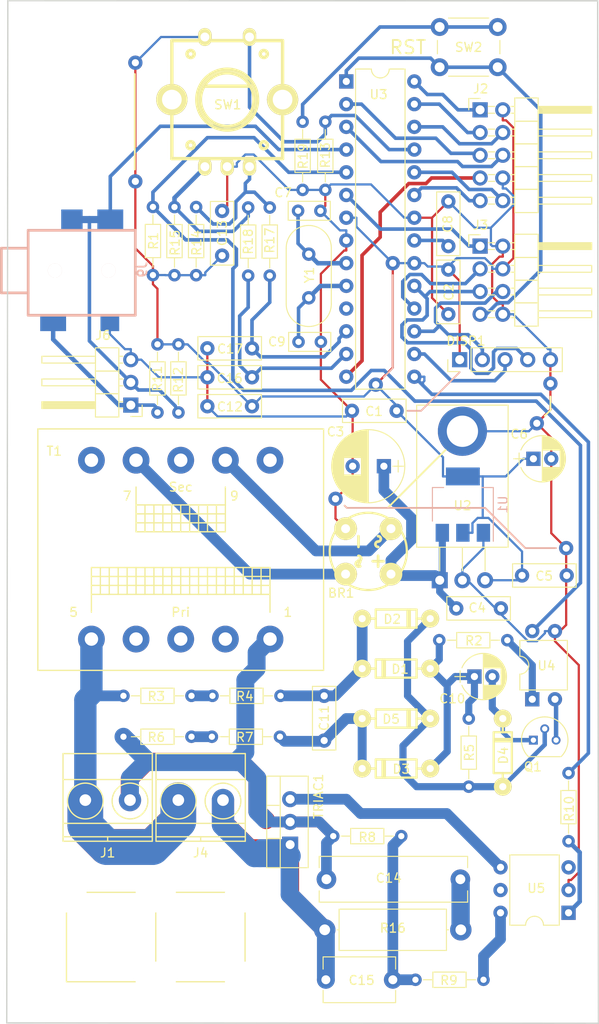
<source format=kicad_pcb>
(kicad_pcb (version 20171130) (host pcbnew "(5.1.12)-1")
  (layers (0 F.Cu signal) (31 B.Cu signal) (34 B.Paste user hide) (35 F.Paste user hide) (36 B.SilkS user hide) (37 F.SilkS user hide) (38 B.Mask user hide) (39 F.Mask user hide) (44 Edge.Cuts user))
  (net 0 "")
  (net 1 "Net-(C11-Pad2)")
  (net 2 "Net-(C11-Pad1)")
  (net 3 "Net-(C10-Pad1)")
  (net 4 "Net-(C10-Pad2)")
  (net 5 GND)
  (net 6 /RENC_A)
  (net 7 /RENC_B)
  (net 8 /SW1)
  (net 9 "Net-(Q1-Pad3)")
  (net 10 VCC)
  (net 11 "Net-(R6-Pad1)")
  (net 12 "Net-(R3-Pad1)")
  (net 13 "Net-(R2-Pad1)")
  (net 14 /ZCROSS_PULSE)
  (net 15 /ROT_PULSE)
  (net 16 "Net-(J6-Pad1)")
  (net 17 "Net-(R10-Pad2)")
  (net 18 /TRIAC_DRIVE)
  (net 19 "Net-(R9-Pad1)")
  (net 20 /TX)
  (net 21 /RX)
  (net 22 /SDA)
  (net 23 /SCL)
  (net 24 /RST)
  (net 25 /MOSI)
  (net 26 /SCK)
  (net 27 /MISO)
  (net 28 /DBG)
  (net 29 /SEG_CS)
  (net 30 "Net-(C9-Pad1)")
  (net 31 "Net-(C7-Pad1)")
  (net 32 "Net-(C8-Pad1)")
  (net 33 /VAC_N)
  (net 34 /VAC_L)
  (net 35 /PD6)
  (net 36 /PD7)
  (net 37 "Net-(D2-Pad2)")
  (net 38 "Net-(BR1-Pad1)")
  (net 39 "Net-(BR1-Pad2)")
  (net 40 "Net-(BR1-Pad3)")
  (net 41 "Net-(C15-Pad2)")
  (net 42 "Net-(TRIAC1-Pad3)")
  (net 43 "Net-(C14-Pad2)")
  (net 44 "Net-(C15-Pad1)")
  (net 45 "Net-(U5-Pad3)")
  (net 46 "Net-(U5-Pad5)")
  (net 47 "Net-(U3-Pad11)")
  (net 48 /PC3)
  (net 49 /PB0)
  (net 50 "Net-(R14-Pad1)")
  (net 51 "Net-(R15-Pad1)")
  (net 52 "Net-(R19-Pad1)")
  (module Buttons_Switches_ThroughHole:SW_PUSH_6mm (layer F.Cu) (at 110.744 55.626 180)
    (fp_text reference SW2 (at 3.2512 2.2352 180) (layer F.SilkS))
    (fp_text value SW_SPST)
    (pad 1 thru_hole circle (at 6.5 0 270) (size 2 2) (drill 1.1) (layers *.Cu *.Mask) (net 24 /RST))
    (pad 2 thru_hole circle (at 6.5 4.5 270) (size 2 2) (drill 1.1) (layers *.Cu *.Mask) (net 52 "Net-(R19-Pad1)"))
    (pad 1 thru_hole circle (at 0 0 270) (size 2 2) (drill 1.1) (layers *.Cu *.Mask) (net 24 /RST))
    (pad 2 thru_hole circle (at 0 4.5 270) (size 2 2) (drill 1.1) (layers *.Cu *.Mask) (net 52 "Net-(R19-Pad1)"))
  )
  (module Pin_Headers:Pin_Header_Angled_2x05_Pitch2.54mm (layer F.Cu) (at 108.776 60.3885)
    (fp_text reference J2 (at 0.0635 -2.3495) (layer F.SilkS))
    (fp_text value AUX/CONTROL)
    (pad 1 thru_hole rect (at 0 0) (size 1.7 1.7) (drill 1) (layers *.Cu *.Mask) (net 23 /SCL))
    (pad 2 thru_hole oval (at 2.54 0) (size 1.7 1.7) (drill 1) (layers *.Cu *.Mask) (net 10 VCC))
    (pad 3 thru_hole oval (at 0 2.54) (size 1.7 1.7) (drill 1) (layers *.Cu *.Mask) (net 22 /SDA))
    (pad 4 thru_hole oval (at 2.54 2.54) (size 1.7 1.7) (drill 1) (layers *.Cu *.Mask) (net 48 /PC3))
    (pad 5 thru_hole oval (at 0 5.08) (size 1.7 1.7) (drill 1) (layers *.Cu *.Mask) (net 21 /RX))
    (pad 6 thru_hole oval (at 2.54 5.08) (size 1.7 1.7) (drill 1) (layers *.Cu *.Mask) (net 20 /TX))
    (pad 7 thru_hole oval (at 0 7.62) (size 1.7 1.7) (drill 1) (layers *.Cu *.Mask) (net 49 /PB0))
    (pad 8 thru_hole oval (at 2.54 7.62) (size 1.7 1.7) (drill 1) (layers *.Cu *.Mask) (net 5 GND))
    (pad 9 thru_hole oval (at 0 10.16) (size 1.7 1.7) (drill 1) (layers *.Cu *.Mask) (net 35 /PD6))
    (pad 10 thru_hole oval (at 2.54 10.16) (size 1.7 1.7) (drill 1) (layers *.Cu *.Mask) (net 36 /PD7))
  )
  (module Resistors_ThroughHole:R_Axial_DIN0204_L3.6mm_D1.6mm_P7.62mm_Horizontal (layer F.Cu) (at 88.9 61.722 270)
    (fp_text reference R19 (at 3.8608 -0.0508 270) (layer F.SilkS))
    (fp_text value 360)
    (pad 2 thru_hole oval (at 7.62 0 270) (size 1.4 1.4) (drill 0.7) (layers *.Cu *.Mask) (net 5 GND))
    (pad 1 thru_hole circle (at 0 0 270) (size 1.4 1.4) (drill 0.7) (layers *.Cu *.Mask) (net 52 "Net-(R19-Pad1)"))
  )
  (module Pin_Headers:Pin_Header_Angled_1x03_Pitch2.54mm (layer F.Cu) (at 69.6595 93.4085 180)
    (fp_text reference J6 (at 3.1115 7.8105 180) (layer F.SilkS))
    (fp_text value CONN_01X03)
    (pad 1 thru_hole rect (at 0 0 180) (size 1.7 1.7) (drill 1) (layers *.Cu *.Mask) (net 16 "Net-(J6-Pad1)"))
    (pad 2 thru_hole oval (at 0 2.54 180) (size 1.7 1.7) (drill 1) (layers *.Cu *.Mask) (net 15 /ROT_PULSE))
    (pad 3 thru_hole oval (at 0 5.08 180) (size 1.7 1.7) (drill 1) (layers *.Cu *.Mask) (net 5 GND))
  )
  (module iotta_footprints:JUMPER_PIN (layer F.Cu) (at 70.1675 55.118)
    (fp_text reference J8_4 hide)
    (fp_text value VCC_JUMPER hide)
    (pad 1 thru_hole circle (at 0 0) (size 1.6 1.6) (drill 0.8) (layers *.Cu *.Mask) (net 10 VCC))
  )
  (module w_misc_comp:encoder_alps-ec12d (layer F.Cu) (at 80.4545 59.2455)
    (fp_text reference SW1 (at 0.0635 0.5715) (layer F.SilkS))
    (fp_text value Rotary_Encoder_Switch hide)
    (pad 4 thru_hole oval (at 2.49936 -7.00024) (size 1.50114 1.99898) (drill 1.00076) (layers *.Cu *.Mask F.SilkS) (net 8 /SW1))
    (pad 5 thru_hole oval (at -2.49936 -7.00024) (size 1.50114 1.99898) (drill 1.00076) (layers *.Cu *.Mask F.SilkS) (net 10 VCC))
    (pad "" thru_hole circle (at 6.20014 0) (size 3.50012 3.50012) (drill 2.19964) (layers *.Cu *.Mask F.SilkS))
    (pad "" thru_hole circle (at -6.20014 0) (size 3.50012 3.50012) (drill 2.19964) (layers *.Cu *.Mask F.SilkS))
    (pad 3 thru_hole oval (at 2.49936 7.50062) (size 1.50114 1.99898) (drill 1.00076) (layers *.Cu *.Mask F.SilkS) (net 50 "Net-(R14-Pad1)"))
    (pad 2 thru_hole oval (at 0 7.50062) (size 1.50114 1.99898) (drill 1.00076) (layers *.Cu *.Mask F.SilkS) (net 5 GND))
    (pad 1 thru_hole oval (at -2.49936 7.50062) (size 1.50114 1.99898) (drill 1.00076) (layers *.Cu *.Mask F.SilkS) (net 51 "Net-(R15-Pad1)"))
  )
  (module Capacitors_ThroughHole:C_Rect_L7.0mm_W2.5mm_P5.00mm (layer F.Cu) (at 79.883 71.6915 270)
    (fp_text reference C13 (at 2.4765 -0.0165 270) (layer F.SilkS))
    (fp_text value 100n)
    (pad 2 thru_hole circle (at 5 0 270) (size 1.6 1.6) (drill 0.8) (layers *.Cu *.Mask) (net 10 VCC))
    (pad 1 thru_hole circle (at 0 0 270) (size 1.6 1.6) (drill 0.8) (layers *.Cu *.Mask) (net 5 GND))
  )
  (module Resistors_ThroughHole:R_Axial_DIN0204_L3.6mm_D1.6mm_P7.62mm_Horizontal (layer F.Cu) (at 76.9747 71.2597 270)
    (fp_text reference R14 (at 4.0005 -0.0635 270) (layer F.SilkS))
    (fp_text value 10k)
    (pad 1 thru_hole circle (at 0 0 270) (size 1.4 1.4) (drill 0.7) (layers *.Cu *.Mask) (net 50 "Net-(R14-Pad1)"))
    (pad 2 thru_hole oval (at 7.62 0 270) (size 1.4 1.4) (drill 0.7) (layers *.Cu *.Mask) (net 10 VCC))
  )
  (module Resistors_ThroughHole:R_Axial_DIN0204_L3.6mm_D1.6mm_P7.62mm_Horizontal (layer F.Cu) (at 74.549 71.2597 270)
    (fp_text reference R15 (at 4.0005 -0.0635 270) (layer F.SilkS))
    (fp_text value 10k)
    (pad 2 thru_hole oval (at 7.62 0 270) (size 1.4 1.4) (drill 0.7) (layers *.Cu *.Mask) (net 10 VCC))
    (pad 1 thru_hole circle (at 0 0 270) (size 1.4 1.4) (drill 0.7) (layers *.Cu *.Mask) (net 51 "Net-(R15-Pad1)"))
  )
  (module Resistors_ThroughHole:R_Axial_DIN0204_L3.6mm_D1.6mm_P7.62mm_Horizontal (layer F.Cu) (at 82.804 71.3105 270)
    (fp_text reference R18 (at 3.81 0 270) (layer F.SilkS))
    (fp_text value 2k2)
    (pad 2 thru_hole oval (at 7.62 0 270) (size 1.4 1.4) (drill 0.7) (layers *.Cu *.Mask) (net 6 /RENC_A))
    (pad 1 thru_hole circle (at 0 0 270) (size 1.4 1.4) (drill 0.7) (layers *.Cu *.Mask) (net 51 "Net-(R15-Pad1)"))
  )
  (module Crystals:Crystal_HC49-U_Vertical (layer F.Cu) (at 89.587 76.5283 270)
    (fp_text reference Y1 (at 2.3387 -0.075 270) (layer F.SilkS))
    (fp_text value 16MHz)
    (pad 1 thru_hole circle (at 0 0 270) (size 1.5 1.5) (drill 0.8) (layers *.Cu *.Mask) (net 31 "Net-(C7-Pad1)"))
    (pad 2 thru_hole circle (at 4.88 0 270) (size 1.5 1.5) (drill 0.8) (layers *.Cu *.Mask) (net 30 "Net-(C9-Pad1)"))
  )
  (module Capacitors_ThroughHole:C_Rect_L7.0mm_W2.5mm_P5.00mm (layer F.Cu) (at 78.232 90.297)
    (fp_text reference C16 (at 2.5 0.127) (layer F.SilkS))
    (fp_text value 47n)
    (pad 1 thru_hole circle (at 0 0) (size 1.6 1.6) (drill 0.8) (layers *.Cu *.Mask) (net 5 GND))
    (pad 2 thru_hole circle (at 5 0) (size 1.6 1.6) (drill 0.8) (layers *.Cu *.Mask) (net 6 /RENC_A))
  )
  (module Capacitors_ThroughHole:C_Rect_L7.0mm_W2.5mm_P5.00mm (layer F.Cu) (at 78.232 87.0585)
    (fp_text reference C17 (at 2.54 0.0635) (layer F.SilkS))
    (fp_text value 47n)
    (pad 2 thru_hole circle (at 5 0) (size 1.6 1.6) (drill 0.8) (layers *.Cu *.Mask) (net 7 /RENC_B))
    (pad 1 thru_hole circle (at 0 0) (size 1.6 1.6) (drill 0.8) (layers *.Cu *.Mask) (net 5 GND))
  )
  (module Resistors_ThroughHole:R_Axial_DIN0204_L3.6mm_D1.6mm_P7.62mm_Horizontal (layer F.Cu) (at 85.217 71.3105 270)
    (fp_text reference R17 (at 3.683 0 270) (layer F.SilkS))
    (fp_text value 2k2)
    (pad 1 thru_hole circle (at 0 0 270) (size 1.4 1.4) (drill 0.7) (layers *.Cu *.Mask) (net 50 "Net-(R14-Pad1)"))
    (pad 2 thru_hole oval (at 7.62 0 270) (size 1.4 1.4) (drill 0.7) (layers *.Cu *.Mask) (net 7 /RENC_B))
  )
  (module Housings_DIP:DIP-28_W7.62mm (layer F.Cu) (at 93.7895 57.2135)
    (fp_text reference U3 (at 3.6195 1.4605) (layer F.SilkS))
    (fp_text value ATMEGA328P-PU)
    (pad 28 thru_hole oval (at 7.62 0) (size 1.6 1.6) (drill 0.8) (layers *.Cu *.Mask) (net 23 /SCL))
    (pad 14 thru_hole oval (at 0 33.02) (size 1.6 1.6) (drill 0.8) (layers *.Cu *.Mask) (net 49 /PB0))
    (pad 27 thru_hole oval (at 7.62 2.54) (size 1.6 1.6) (drill 0.8) (layers *.Cu *.Mask) (net 22 /SDA))
    (pad 13 thru_hole oval (at 0 30.48) (size 1.6 1.6) (drill 0.8) (layers *.Cu *.Mask) (net 6 /RENC_A))
    (pad 26 thru_hole oval (at 7.62 5.08) (size 1.6 1.6) (drill 0.8) (layers *.Cu *.Mask) (net 48 /PC3))
    (pad 12 thru_hole oval (at 0 27.94) (size 1.6 1.6) (drill 0.8) (layers *.Cu *.Mask) (net 7 /RENC_B))
    (pad 25 thru_hole oval (at 7.62 7.62) (size 1.6 1.6) (drill 0.8) (layers *.Cu *.Mask) (net 8 /SW1))
    (pad 11 thru_hole oval (at 0 25.4) (size 1.6 1.6) (drill 0.8) (layers *.Cu *.Mask) (net 47 "Net-(U3-Pad11)"))
    (pad 24 thru_hole oval (at 7.62 10.16) (size 1.6 1.6) (drill 0.8) (layers *.Cu *.Mask) (net 36 /PD7))
    (pad 10 thru_hole oval (at 0 22.86) (size 1.6 1.6) (drill 0.8) (layers *.Cu *.Mask) (net 30 "Net-(C9-Pad1)"))
    (pad 23 thru_hole oval (at 7.62 12.7) (size 1.6 1.6) (drill 0.8) (layers *.Cu *.Mask) (net 35 /PD6))
    (pad 9 thru_hole oval (at 0 20.32) (size 1.6 1.6) (drill 0.8) (layers *.Cu *.Mask) (net 31 "Net-(C7-Pad1)"))
    (pad 22 thru_hole oval (at 7.62 15.24) (size 1.6 1.6) (drill 0.8) (layers *.Cu *.Mask) (net 5 GND))
    (pad 8 thru_hole oval (at 0 17.78) (size 1.6 1.6) (drill 0.8) (layers *.Cu *.Mask) (net 5 GND))
    (pad 21 thru_hole oval (at 7.62 17.78) (size 1.6 1.6) (drill 0.8) (layers *.Cu *.Mask) (net 32 "Net-(C8-Pad1)"))
    (pad 7 thru_hole oval (at 0 15.24) (size 1.6 1.6) (drill 0.8) (layers *.Cu *.Mask) (net 10 VCC))
    (pad 20 thru_hole oval (at 7.62 20.32) (size 1.6 1.6) (drill 0.8) (layers *.Cu *.Mask) (net 10 VCC))
    (pad 6 thru_hole oval (at 0 12.7) (size 1.6 1.6) (drill 0.8) (layers *.Cu *.Mask) (net 28 /DBG))
    (pad 19 thru_hole oval (at 7.62 22.86) (size 1.6 1.6) (drill 0.8) (layers *.Cu *.Mask) (net 26 /SCK))
    (pad 5 thru_hole oval (at 0 10.16) (size 1.6 1.6) (drill 0.8) (layers *.Cu *.Mask) (net 14 /ZCROSS_PULSE))
    (pad 18 thru_hole oval (at 7.62 25.4) (size 1.6 1.6) (drill 0.8) (layers *.Cu *.Mask) (net 27 /MISO))
    (pad 4 thru_hole oval (at 0 7.62) (size 1.6 1.6) (drill 0.8) (layers *.Cu *.Mask) (net 15 /ROT_PULSE))
    (pad 17 thru_hole oval (at 7.62 27.94) (size 1.6 1.6) (drill 0.8) (layers *.Cu *.Mask) (net 25 /MOSI))
    (pad 3 thru_hole oval (at 0 5.08) (size 1.6 1.6) (drill 0.8) (layers *.Cu *.Mask) (net 20 /TX))
    (pad 16 thru_hole oval (at 7.62 30.48) (size 1.6 1.6) (drill 0.8) (layers *.Cu *.Mask) (net 29 /SEG_CS))
    (pad 2 thru_hole oval (at 0 2.54) (size 1.6 1.6) (drill 0.8) (layers *.Cu *.Mask) (net 21 /RX))
    (pad 15 thru_hole oval (at 7.62 33.02) (size 1.6 1.6) (drill 0.8) (layers *.Cu *.Mask) (net 18 /TRIAC_DRIVE))
    (pad 1 thru_hole rect (at 0 0) (size 1.6 1.6) (drill 0.8) (layers *.Cu *.Mask) (net 24 /RST))
  )
  (module w_conn_av:jack_3.5_sj1-3514-smt (layer B.Cu) (at 64.262 78.359 90)
    (fp_text reference J9 (at 0.1 6.7 90) (layer B.SilkS) (effects (font (size 0.99822 0.99822) (thickness 0.19812)) (justify mirror)))
    (fp_text value Jack_3.5mm_4pin (at 0 -10.2 90) (layer B.SilkS) (effects (font (size 0.99822 0.99822) (thickness 0.19812)) (justify mirror)))
    (pad "" np_thru_hole circle (at 0 -3.1 90) (size 1.6 1.6) (drill 1.6) (layers *.Cu *.Mask B.SilkS))
    (pad "" np_thru_hole circle (at 0 2.9 90) (size 1.6 1.6) (drill 1.6) (layers *.Cu *.Mask B.SilkS))
    (pad 1 smd rect (at -5.9 -3.3 90) (size 1.75 2.9) (layers B.Cu B.Paste B.Mask) (net 16 "Net-(J6-Pad1)"))
    (pad 3 smd rect (at 5.7 3.1 90) (size 2.25 2.9) (layers B.Cu B.Paste B.Mask) (net 15 /ROT_PULSE))
    (pad 4 smd rect (at -5.9 3.05 90) (size 1.75 2.1) (layers B.Cu B.Paste B.Mask) (net 5 GND))
    (pad 2 smd rect (at 5.7 -1.2 90) (size 2.25 2.4) (layers B.Cu B.Paste B.Mask) (net 15 /ROT_PULSE))
  )
  (module iotta_footprints:TO-220_Horizontal_connected_tab (layer F.Cu) (at 104.254 112.992)
    (fp_text reference U2 (at 2.5527 -8.3439) (layer F.SilkS))
    (fp_text value LM2940CT-5.0)
    (pad 2 thru_hole oval (at 2.54 -16.66) (size 5.5 5.5) (drill 3.5) (layers *.Cu *.Mask) (net 5 GND))
    (pad 1 thru_hole rect (at 0 0) (size 1.8 1.8) (drill 1) (layers *.Cu *.Mask) (net 38 "Net-(BR1-Pad1)"))
    (pad 2 thru_hole oval (at 2.54 0) (size 1.8 1.8) (drill 1) (layers *.Cu *.Mask) (net 5 GND))
    (pad 3 thru_hole oval (at 5.08 0) (size 1.8 1.8) (drill 1) (layers *.Cu *.Mask) (net 10 VCC))
  )
  (module iotta_footprints:WireStrap_2X_5HOLES (layer F.Cu) (at 72.4535 147.892)
    (fp_text reference WIRESTRAP1 hide)
    (fp_text value "2x Ziplock wire strap")
    (pad "" np_thru_hole circle (at 0 0) (size 4.5 4.5) (drill 4.5) (layers *.Cu *.Mask))
    (pad "" np_thru_hole circle (at 0 10) (size 4.5 4.5) (drill 4.5) (layers *.Cu *.Mask))
    (pad "" np_thru_hole circle (at -10 0) (size 4.5 4.5) (drill 4.5) (layers *.Cu *.Mask))
    (pad "" np_thru_hole circle (at 10 0) (size 4.5 4.5) (drill 4.5) (layers *.Cu *.Mask))
    (pad "" np_thru_hole circle (at 10 10) (size 4.5 4.5) (drill 4.5) (layers *.Cu *.Mask))
  )
  (module iotta_footprints:JUMPER_PIN (layer F.Cu) (at 92.583 103.886)
    (fp_text reference J7_4 hide)
    (fp_text value GND_JUMPER hide)
    (pad 1 thru_hole circle (at 0 0) (size 1.6 1.6) (drill 0.8) (layers *.Cu *.Mask) (net 5 GND))
  )
  (module iotta_footprints:JUMPER_PIN (layer F.Cu) (at 118.415 109.398)
    (fp_text reference J7_3 hide)
    (fp_text value GND_JUMPER hide)
    (pad 1 thru_hole circle (at 0 0) (size 1.6 1.6) (drill 0.8) (layers *.Cu *.Mask) (net 5 GND))
  )
  (module iotta_footprints:JUMPER_PIN (layer F.Cu) (at 97.0915 91.1225)
    (fp_text reference J8_3 hide)
    (fp_text value VCC_JUMPER hide)
    (pad 1 thru_hole circle (at 0 0) (size 1.6 1.6) (drill 0.8) (layers *.Cu *.Mask) (net 10 VCC))
  )
  (module iotta_footprints:JUMPER_PIN (layer F.Cu) (at 70.1675 68.3895)
    (fp_text reference J8_2 hide)
    (fp_text value VCC_JUMPER hide)
    (pad 1 thru_hole circle (at 0 0) (size 1.6 1.6) (drill 0.8) (layers *.Cu *.Mask) (net 10 VCC))
  )
  (module iotta_footprints:JUMPER_PIN (layer F.Cu) (at 115.126 95.4405)
    (fp_text reference J7_2 hide)
    (fp_text value GND_JUMPER hide)
    (pad 1 thru_hole circle (at 0 0) (size 1.6 1.6) (drill 0.8) (layers *.Cu *.Mask) (net 5 GND))
  )
  (module iotta_footprints:JUMPER_PIN (layer F.Cu) (at 116.65 90.9955)
    (fp_text reference J7 hide)
    (fp_text value GND_JUMPER hide)
    (pad 1 thru_hole circle (at 0 0) (size 1.6 1.6) (drill 0.8) (layers *.Cu *.Mask) (net 5 GND))
  )
  (module iotta_footprints:JUMPER_PIN (layer F.Cu) (at 98.9965 77.5335)
    (fp_text reference J8 hide)
    (fp_text value VCC_JUMPER hide)
    (pad 1 thru_hole circle (at 0 0) (size 1.6 1.6) (drill 0.8) (layers *.Cu *.Mask) (net 10 VCC))
  )
  (module Resistors_ThroughHole:R_Axial_DIN0204_L3.6mm_D1.6mm_P7.62mm_Horizontal (layer F.Cu) (at 91.44 69.342 90)
    (fp_text reference R13 (at 3.8735 0 90) (layer F.SilkS))
    (fp_text value 10k)
    (pad 2 thru_hole oval (at 7.62 0 90) (size 1.4 1.4) (drill 0.7) (layers *.Cu *.Mask) (net 8 /SW1))
    (pad 1 thru_hole circle (at 0 0 90) (size 1.4 1.4) (drill 0.7) (layers *.Cu *.Mask) (net 5 GND))
  )
  (module Housings_DIP:DIP-4_W7.62mm (layer F.Cu) (at 114.618 126.302 90)
    (fp_text reference U4 (at 3.7465 1.5875 180) (layer F.SilkS))
    (fp_text value PC817)
    (pad 4 thru_hole oval (at 7.62 0 90) (size 1.6 1.6) (drill 0.8) (layers *.Cu *.Mask) (net 14 /ZCROSS_PULSE))
    (pad 2 thru_hole oval (at 0 2.54 90) (size 1.6 1.6) (drill 0.8) (layers *.Cu *.Mask) (net 9 "Net-(Q1-Pad3)"))
    (pad 3 thru_hole oval (at 7.62 2.54 90) (size 1.6 1.6) (drill 0.8) (layers *.Cu *.Mask) (net 5 GND))
    (pad 1 thru_hole rect (at 0 0 90) (size 1.6 1.6) (drill 0.8) (layers *.Cu *.Mask) (net 13 "Net-(R2-Pad1)"))
  )
  (module Capacitors_ThroughHole:C_Rect_L7.0mm_W2.5mm_P5.00mm (layer F.Cu) (at 105.22 75.6285 90)
    (fp_text reference C8 (at 2.4765 -0.0635 90) (layer F.SilkS))
    (fp_text value 100n)
    (pad 2 thru_hole circle (at 5 0 90) (size 1.6 1.6) (drill 0.8) (layers *.Cu *.Mask) (net 5 GND))
    (pad 1 thru_hole circle (at 0 0 90) (size 1.6 1.6) (drill 0.8) (layers *.Cu *.Mask) (net 32 "Net-(C8-Pad1)"))
  )
  (module Pin_Headers:Pin_Header_Angled_2x04_Pitch2.54mm (layer F.Cu) (at 108.776 75.6285)
    (fp_text reference J3 (at 0.0635 -2.3495) (layer F.SilkS))
    (fp_text value ICP)
    (pad 8 thru_hole oval (at 2.54 7.62) (size 1.7 1.7) (drill 1) (layers *.Cu *.Mask) (net 5 GND))
    (pad 7 thru_hole oval (at 0 7.62) (size 1.7 1.7) (drill 1) (layers *.Cu *.Mask) (net 24 /RST))
    (pad 6 thru_hole oval (at 2.54 5.08) (size 1.7 1.7) (drill 1) (layers *.Cu *.Mask) (net 25 /MOSI))
    (pad 5 thru_hole oval (at 0 5.08) (size 1.7 1.7) (drill 1) (layers *.Cu *.Mask) (net 26 /SCK))
    (pad 4 thru_hole oval (at 2.54 2.54) (size 1.7 1.7) (drill 1) (layers *.Cu *.Mask) (net 10 VCC))
    (pad 3 thru_hole oval (at 0 2.54) (size 1.7 1.7) (drill 1) (layers *.Cu *.Mask) (net 27 /MISO))
    (pad 2 thru_hole oval (at 2.54 0) (size 1.7 1.7) (drill 1) (layers *.Cu *.Mask) (net 5 GND))
    (pad 1 thru_hole rect (at 0 0) (size 1.7 1.7) (drill 1) (layers *.Cu *.Mask) (net 28 /DBG))
  )
  (module Resistors_ThroughHole:R_Axial_DIN0204_L3.6mm_D1.6mm_P7.62mm_Horizontal (layer F.Cu) (at 74.9935 94.234 90)
    (fp_text reference R12 (at 3.6485 -0.0185 90) (layer F.SilkS))
    (fp_text value 10k)
    (pad 2 thru_hole oval (at 7.62 0 90) (size 1.4 1.4) (drill 0.7) (layers *.Cu *.Mask) (net 10 VCC))
    (pad 1 thru_hole circle (at 0 0 90) (size 1.4 1.4) (drill 0.7) (layers *.Cu *.Mask) (net 15 /ROT_PULSE))
  )
  (module Transformers_CHK:Trafo_CHK-EI30-2VA_1xSec (layer F.Cu) (at 75.2475 109.571 90)
    (fp_text reference T1 (at 11.01852 -14.1605 180) (layer F.SilkS))
    (fp_text value "230 - 6VAC (Spitznagel SPK 01406)")
    (fp_text user 1 (at -7.00024 11.99896 180) (layer F.SilkS))
    (fp_text user 5 (at -7.00024 -11.99896 180) (layer F.SilkS))
    (fp_text user 7 (at 5.99948 -5.99948 180) (layer F.SilkS))
    (fp_text user 9 (at 5.99948 6.00202 180) (layer F.SilkS))
    (fp_text user Pri (at -7.00024 0 180) (layer F.SilkS))
    (fp_text user Sec (at 7.00024 0 180) (layer F.SilkS))
    (pad 10 thru_hole circle (at 9.99998 9.99998 90) (size 2.99974 2.99974) (drill 1.50114) (layers *.Cu *.Mask))
    (pad 9 thru_hole circle (at 9.99998 5.00126 90) (size 2.99974 2.99974) (drill 1.50114) (layers *.Cu *.Mask) (net 39 "Net-(BR1-Pad2)"))
    (pad 8 thru_hole circle (at 9.99998 0 90) (size 2.99974 2.99974) (drill 1.50114) (layers *.Cu *.Mask))
    (pad 7 thru_hole circle (at 9.99998 -5.00126 90) (size 2.99974 2.99974) (drill 1.50114) (layers *.Cu *.Mask) (net 40 "Net-(BR1-Pad3)"))
    (pad 6 thru_hole circle (at 9.99998 -9.99998 90) (size 2.99974 2.99974) (drill 1.50114) (layers *.Cu *.Mask))
    (pad 5 thru_hole circle (at -9.99998 -9.99998 90) (size 2.99974 2.99974) (drill 1.50114) (layers *.Cu *.Mask) (net 33 /VAC_N))
    (pad 4 thru_hole circle (at -9.99998 -5.00126 90) (size 2.99974 2.99974) (drill 1.50114) (layers *.Cu *.Mask))
    (pad 3 thru_hole circle (at -9.99998 0 90) (size 2.99974 2.99974) (drill 1.50114) (layers *.Cu *.Mask))
    (pad 2 thru_hole circle (at -9.99998 5.00126 90) (size 2.99974 2.99974) (drill 1.50114) (layers *.Cu *.Mask))
    (pad 1 thru_hole circle (at -9.99998 9.99998 90) (size 2.99974 2.99974) (drill 1.50114) (layers *.Cu *.Mask) (net 34 /VAC_L))
  )
  (module Terminal_Blocks:TerminalBlock_Pheonix_MKDS1.5-2pol (layer F.Cu) (at 64.5668 137.579)
    (fp_text reference J1 (at 2.5 5.9) (layer F.SilkS))
    (fp_text value "VAC 230V")
    (pad 1 thru_hole rect (at 0 0) (size 2.5 2.5) (drill 1.3) (layers *.Cu *.Mask) (net 33 /VAC_N))
    (pad 2 thru_hole circle (at 5 0) (size 2.5 2.5) (drill 1.3) (layers *.Cu *.Mask) (net 34 /VAC_L))
  )
  (module Capacitors_ThroughHole:C_Disc_D8.0mm_W5.0mm_P7.50mm (layer F.Cu) (at 99.0035 157.67 180)
    (fp_text reference C15 (at 3.4995 -0.0635 180) (layer F.SilkS))
    (fp_text value 1n)
    (pad 2 thru_hole circle (at 7.5 0 180) (size 2 2) (drill 1) (layers *.Cu *.Mask) (net 41 "Net-(C15-Pad2)"))
    (pad 1 thru_hole circle (at 0 0 180) (size 2 2) (drill 1) (layers *.Cu *.Mask) (net 44 "Net-(C15-Pad1)"))
  )
  (module Resistors_ThroughHole:R_Axial_DIN0204_L3.6mm_D1.6mm_P7.62mm_Horizontal (layer F.Cu) (at 107.506 136.08 90)
    (fp_text reference R5 (at 3.81 0.0635 90) (layer F.SilkS))
    (fp_text value 33k)
    (pad 1 thru_hole circle (at 0 0 90) (size 1.4 1.4) (drill 0.7) (layers *.Cu *.Mask) (net 37 "Net-(D2-Pad2)"))
    (pad 2 thru_hole oval (at 7.62 0 90) (size 1.4 1.4) (drill 0.7) (layers *.Cu *.Mask) (net 3 "Net-(C10-Pad1)"))
  )
  (module Housings_DIP:DIP-6_W7.62mm (layer F.Cu) (at 118.682 150.178 180)
    (fp_text reference U5 (at 3.6195 2.7305 180) (layer F.SilkS))
    (fp_text value MOC3020M)
    (pad 6 thru_hole oval (at 7.62 0 180) (size 1.6 1.6) (drill 0.8) (layers *.Cu *.Mask) (net 19 "Net-(R9-Pad1)"))
    (pad 3 thru_hole oval (at 0 5.08 180) (size 1.6 1.6) (drill 0.8) (layers *.Cu *.Mask) (net 45 "Net-(U5-Pad3)"))
    (pad 5 thru_hole oval (at 7.62 2.54 180) (size 1.6 1.6) (drill 0.8) (layers *.Cu *.Mask) (net 46 "Net-(U5-Pad5)"))
    (pad 2 thru_hole oval (at 0 2.54 180) (size 1.6 1.6) (drill 0.8) (layers *.Cu *.Mask) (net 5 GND))
    (pad 4 thru_hole oval (at 7.62 5.08 180) (size 1.6 1.6) (drill 0.8) (layers *.Cu *.Mask) (net 42 "Net-(TRIAC1-Pad3)"))
    (pad 1 thru_hole rect (at 0 0 180) (size 1.6 1.6) (drill 0.8) (layers *.Cu *.Mask) (net 17 "Net-(R10-Pad2)"))
  )
  (module Terminal_Blocks:TerminalBlock_Pheonix_MKDS1.5-2pol (layer F.Cu) (at 74.9808 137.579)
    (fp_text reference J4 (at 2.5 5.9) (layer F.SilkS))
    (fp_text value "Load output")
    (pad 2 thru_hole circle (at 5 0) (size 2.5 2.5) (drill 1.3) (layers *.Cu *.Mask) (net 41 "Net-(C15-Pad2)"))
    (pad 1 thru_hole rect (at 0 0) (size 2.5 2.5) (drill 1.3) (layers *.Cu *.Mask) (net 33 /VAC_N))
  )
  (module TO_SOT_Packages_SMD:SOT-223 (layer B.Cu) (at 106.845 104.534 90)
    (fp_text reference U1 (at 0 4.5 90) (layer B.SilkS) (effects (justify mirror)))
    (fp_text value LT1117-5)
    (pad 4 smd rect (at 3.15 0 90) (size 2 3.8) (layers B.Cu B.Paste B.Mask) (net 10 VCC))
    (pad 2 smd rect (at -3.15 0 90) (size 2 1.5) (layers B.Cu B.Paste B.Mask) (net 10 VCC))
    (pad 3 smd rect (at -3.15 -2.3 90) (size 2 1.5) (layers B.Cu B.Paste B.Mask) (net 38 "Net-(BR1-Pad1)"))
    (pad 1 smd rect (at -3.15 2.3 90) (size 2 1.5) (layers B.Cu B.Paste B.Mask) (net 5 GND))
  )
  (module Capacitors_ThroughHole:C_Rect_L7.0mm_W2.5mm_P5.00mm (layer F.Cu) (at 106.108 116.142)
    (fp_text reference C4 (at 2.3495 -0.0635) (layer F.SilkS))
    (fp_text value 470n)
    (pad 1 thru_hole circle (at 0 0) (size 1.6 1.6) (drill 0.8) (layers *.Cu *.Mask) (net 38 "Net-(BR1-Pad1)"))
    (pad 2 thru_hole circle (at 5 0) (size 1.6 1.6) (drill 0.8) (layers *.Cu *.Mask) (net 5 GND))
  )
  (module Capacitors_ThroughHole:C_Rect_L7.0mm_W2.5mm_P5.00mm (layer F.Cu) (at 99.4245 94.0435 180)
    (fp_text reference C1 (at 2.5235 -0.0635 180) (layer F.SilkS))
    (fp_text value 100n)
    (pad 2 thru_hole circle (at 5 0 180) (size 1.6 1.6) (drill 0.8) (layers *.Cu *.Mask) (net 5 GND))
    (pad 1 thru_hole circle (at 0 0 180) (size 1.6 1.6) (drill 0.8) (layers *.Cu *.Mask) (net 10 VCC))
  )
  (module Capacitors_ThroughHole:C_Rect_L4.6mm_W2.0mm_P2.50mm_MKS02_FKP02 (layer F.Cu) (at 88.392 71.6788)
    (fp_text reference C7 (at -1.6764 -2.032) (layer F.SilkS))
    (fp_text value 27p)
    (pad 2 thru_hole circle (at 2.5 0) (size 1.4 1.4) (drill 0.7) (layers *.Cu *.Mask) (net 5 GND))
    (pad 1 thru_hole circle (at 0 0) (size 1.4 1.4) (drill 0.7) (layers *.Cu *.Mask) (net 31 "Net-(C7-Pad1)"))
  )
  (module Capacitors_ThroughHole:C_Rect_L4.6mm_W2.0mm_P2.50mm_MKS02_FKP02 (layer F.Cu) (at 88.4428 86.3346)
    (fp_text reference C9 (at -2.432 -0.0108) (layer F.SilkS))
    (fp_text value 27p)
    (pad 1 thru_hole circle (at 0 0) (size 1.4 1.4) (drill 0.7) (layers *.Cu *.Mask) (net 30 "Net-(C9-Pad1)"))
    (pad 2 thru_hole circle (at 2.5 0) (size 1.4 1.4) (drill 0.7) (layers *.Cu *.Mask) (net 5 GND))
  )
  (module Capacitors_ThroughHole:C_Rect_L7.0mm_W2.5mm_P5.00mm (layer F.Cu) (at 105.22 83.2485 90)
    (fp_text reference C2 (at 2.4765 0.0635 90) (layer F.SilkS))
    (fp_text value 100n)
    (pad 2 thru_hole circle (at 5 0 90) (size 1.6 1.6) (drill 0.8) (layers *.Cu *.Mask) (net 10 VCC))
    (pad 1 thru_hole circle (at 0 0 90) (size 1.6 1.6) (drill 0.8) (layers *.Cu *.Mask) (net 5 GND))
  )
  (module Resistors_ThroughHole:R_Axial_DIN0204_L3.6mm_D1.6mm_P7.62mm_Horizontal (layer F.Cu) (at 86.36 130.492 180)
    (fp_text reference R7 (at 3.937 -0.0635 180) (layer F.SilkS))
    (fp_text value 220k)
    (pad 2 thru_hole oval (at 7.62 0 180) (size 1.4 1.4) (drill 0.7) (layers *.Cu *.Mask) (net 11 "Net-(R6-Pad1)"))
    (pad 1 thru_hole circle (at 0 0 180) (size 1.4 1.4) (drill 0.7) (layers *.Cu *.Mask) (net 1 "Net-(C11-Pad2)"))
  )
  (module Resistors_ThroughHole:R_Axial_DIN0204_L3.6mm_D1.6mm_P7.62mm_Horizontal (layer F.Cu) (at 76.454 130.492 180)
    (fp_text reference R6 (at 3.937 -0.0635 180) (layer F.SilkS))
    (fp_text value 120k)
    (pad 2 thru_hole oval (at 7.62 0 180) (size 1.4 1.4) (drill 0.7) (layers *.Cu *.Mask) (net 34 /VAC_L))
    (pad 1 thru_hole circle (at 0 0 180) (size 1.4 1.4) (drill 0.7) (layers *.Cu *.Mask) (net 11 "Net-(R6-Pad1)"))
  )
  (module Resistors_ThroughHole:R_Axial_DIN0204_L3.6mm_D1.6mm_P7.62mm_Horizontal (layer F.Cu) (at 86.4235 125.92 180)
    (fp_text reference R4 (at 4.0005 -0.0635 180) (layer F.SilkS))
    (fp_text value 220k)
    (pad 2 thru_hole oval (at 7.62 0 180) (size 1.4 1.4) (drill 0.7) (layers *.Cu *.Mask) (net 12 "Net-(R3-Pad1)"))
    (pad 1 thru_hole circle (at 0 0 180) (size 1.4 1.4) (drill 0.7) (layers *.Cu *.Mask) (net 2 "Net-(C11-Pad1)"))
  )
  (module Capacitors_ThroughHole:CP_Radial_D5.0mm_P2.00mm (layer F.Cu) (at 108.14 123.762)
    (fp_text reference C10 (at -2.4765 2.4765) (layer F.SilkS))
    (fp_text value 10u)
    (pad 2 thru_hole circle (at 2 0) (size 1.6 1.6) (drill 0.8) (layers *.Cu *.Mask) (net 4 "Net-(C10-Pad2)"))
    (pad 1 thru_hole rect (at 0 0) (size 1.6 1.6) (drill 0.8) (layers *.Cu *.Mask) (net 3 "Net-(C10-Pad1)"))
  )
  (module w_pth_diodes:bridge_wob (layer F.Cu) (at 96.2533 109.766 90)
    (fp_text reference BR1 (at -4.6609 -3.0353 180) (layer F.SilkS))
    (fp_text value D_Bridge_+AA- hide)
    (fp_text user ~ (at -1.27 -1.016 90) (layer F.SilkS) (effects (font (size 1.524 1.524) (thickness 0.3048))))
    (fp_text user ~ (at 1.778 2.032 90) (layer F.SilkS) (effects (font (size 1.524 1.524) (thickness 0.3048))))
    (pad 1 thru_hole circle (at -2.54 2.54 90) (size 2.54 2.54) (drill 1.00076) (layers *.Cu *.Mask F.SilkS) (net 38 "Net-(BR1-Pad1)"))
    (pad 2 thru_hole circle (at 2.54 2.54 90) (size 2.54 2.54) (drill 1.00076) (layers *.Cu *.Mask F.SilkS) (net 39 "Net-(BR1-Pad2)"))
    (pad 4 thru_hole circle (at 2.54 -2.54 90) (size 2.54 2.54) (drill 1.00076) (layers *.Cu *.Mask F.SilkS) (net 5 GND))
    (pad 3 thru_hole circle (at -2.54 -2.54 90) (size 2.54 2.54) (drill 1.00076) (layers *.Cu *.Mask F.SilkS) (net 40 "Net-(BR1-Pad3)"))
  )
  (module Capacitors_ThroughHole:C_Rect_L16.5mm_W5.0mm_P15.00mm_MKT (layer F.Cu) (at 91.567 146.431)
    (fp_text reference C14 (at 6.985 -0.127) (layer F.SilkS))
    (fp_text value 10n)
    (pad 2 thru_hole circle (at 15 0) (size 2.2 2.2) (drill 1.1) (layers *.Cu *.Mask) (net 43 "Net-(C14-Pad2)"))
    (pad 1 thru_hole circle (at 0 0) (size 2.2 2.2) (drill 1.1) (layers *.Cu *.Mask) (net 34 /VAC_L))
  )
  (module TO_SOT_Packages_THT:TO-220_Vertical (layer F.Cu) (at 87.503 142.558 90)
    (fp_text reference TRIAC1 (at 5.3975 3.175 90) (layer F.SilkS))
    (fp_text value BT138)
    (pad 3 thru_hole oval (at 5.08 0 90) (size 1.8 1.8) (drill 1) (layers *.Cu *.Mask) (net 42 "Net-(TRIAC1-Pad3)"))
    (pad 2 thru_hole oval (at 2.54 0 90) (size 1.8 1.8) (drill 1) (layers *.Cu *.Mask) (net 34 /VAC_L))
    (pad 1 thru_hole rect (at 0 0 90) (size 1.8 1.8) (drill 1) (layers *.Cu *.Mask) (net 41 "Net-(C15-Pad2)"))
  )
  (module Resistors_ThroughHole:R_Axial_DIN0414_L11.9mm_D4.5mm_P15.24mm_Horizontal (layer F.Cu) (at 91.3765 152.082)
    (fp_text reference R16 (at 7.62 -0.1905) (layer F.SilkS))
    (fp_text value 47)
    (pad 2 thru_hole oval (at 15.24 0) (size 2.4 2.4) (drill 1.2) (layers *.Cu *.Mask) (net 43 "Net-(C14-Pad2)"))
    (pad 1 thru_hole circle (at 0 0) (size 2.4 2.4) (drill 1.2) (layers *.Cu *.Mask) (net 41 "Net-(C15-Pad2)"))
  )
  (module Capacitors_ThroughHole:CP_Radial_D8.0mm_P3.50mm (layer F.Cu) (at 98.0007 100.241 180)
    (fp_text reference C3 (at 5.4177 3.8481 180) (layer F.SilkS))
    (fp_text value 220u)
    (pad 2 thru_hole circle (at 3.5 0 180) (size 1.6 1.6) (drill 0.8) (layers *.Cu *.Mask) (net 5 GND))
    (pad 1 thru_hole rect (at 0 0 180) (size 1.6 1.6) (drill 0.8) (layers *.Cu *.Mask) (net 38 "Net-(BR1-Pad1)"))
  )
  (module w_pth_diodes:diode_do35 (layer F.Cu) (at 99.3775 128.46)
    (fp_text reference D5 (at -0.5715 0.0635) (layer F.SilkS))
    (fp_text value 1N4841 hide)
    (pad 2 thru_hole circle (at 3.81 0) (size 1.99898 1.99898) (drill 0.8001) (layers *.Cu *.Mask F.SilkS) (net 37 "Net-(D2-Pad2)"))
    (pad 1 thru_hole circle (at -3.81 0) (size 1.99898 1.99898) (drill 0.8001) (layers *.Cu *.Mask F.SilkS) (net 1 "Net-(C11-Pad2)"))
  )
  (module w_pth_diodes:diode_do35 (layer F.Cu) (at 111.316 132.27 90)
    (fp_text reference D4 (at -0.3175 0.0635 90) (layer F.SilkS))
    (fp_text value 1N4841 hide)
    (pad 1 thru_hole circle (at -3.81 0 90) (size 1.99898 1.99898) (drill 0.8001) (layers *.Cu *.Mask F.SilkS) (net 37 "Net-(D2-Pad2)"))
    (pad 2 thru_hole circle (at 3.81 0 90) (size 1.99898 1.99898) (drill 0.8001) (layers *.Cu *.Mask F.SilkS) (net 4 "Net-(C10-Pad2)"))
  )
  (module w_pth_diodes:diode_do35 (layer F.Cu) (at 99.3775 134.048 180)
    (fp_text reference D3 (at -0.5715 -0.0635 180) (layer F.SilkS))
    (fp_text value 1N4841 hide)
    (pad 1 thru_hole circle (at -3.81 0 180) (size 1.99898 1.99898) (drill 0.8001) (layers *.Cu *.Mask F.SilkS) (net 3 "Net-(C10-Pad1)"))
    (pad 2 thru_hole circle (at 3.81 0 180) (size 1.99898 1.99898) (drill 0.8001) (layers *.Cu *.Mask F.SilkS) (net 1 "Net-(C11-Pad2)"))
  )
  (module w_pth_diodes:diode_do35 (layer F.Cu) (at 99.3775 122.872 180)
    (fp_text reference D1 (at -0.4445 -0.0635 180) (layer F.SilkS))
    (fp_text value 1N4841 hide)
    (pad 1 thru_hole circle (at -3.81 0 180) (size 1.99898 1.99898) (drill 0.8001) (layers *.Cu *.Mask F.SilkS) (net 3 "Net-(C10-Pad1)"))
    (pad 2 thru_hole circle (at 3.81 0 180) (size 1.99898 1.99898) (drill 0.8001) (layers *.Cu *.Mask F.SilkS) (net 2 "Net-(C11-Pad1)"))
  )
  (module w_pth_diodes:diode_do35 (layer F.Cu) (at 99.3775 117.284)
    (fp_text reference D2 (at -0.4445 0.0635) (layer F.SilkS))
    (fp_text value 1N4841 hide)
    (pad 2 thru_hole circle (at 3.81 0) (size 1.99898 1.99898) (drill 0.8001) (layers *.Cu *.Mask F.SilkS) (net 37 "Net-(D2-Pad2)"))
    (pad 1 thru_hole circle (at -3.81 0) (size 1.99898 1.99898) (drill 0.8001) (layers *.Cu *.Mask F.SilkS) (net 2 "Net-(C11-Pad1)"))
  )
  (module Resistors_ThroughHole:R_Axial_DIN0204_L3.6mm_D1.6mm_P7.62mm_Horizontal (layer F.Cu) (at 111.824 119.698 180)
    (fp_text reference R2 (at 3.7465 -0.0635 180) (layer F.SilkS))
    (fp_text value 1k)
    (pad 2 thru_hole oval (at 7.62 0 180) (size 1.4 1.4) (drill 0.7) (layers *.Cu *.Mask) (net 3 "Net-(C10-Pad1)"))
    (pad 1 thru_hole circle (at 0 0 180) (size 1.4 1.4) (drill 0.7) (layers *.Cu *.Mask) (net 13 "Net-(R2-Pad1)"))
  )
  (module Capacitors_ThroughHole:C_Rect_L7.0mm_W2.5mm_P5.00mm (layer F.Cu) (at 91.313 125.92 270)
    (fp_text reference C11 (at 2.4765 0 270) (layer F.SilkS))
    (fp_text value 1n)
    (pad 2 thru_hole circle (at 5 0 270) (size 1.6 1.6) (drill 0.8) (layers *.Cu *.Mask) (net 1 "Net-(C11-Pad2)"))
    (pad 1 thru_hole circle (at 0 0 270) (size 1.6 1.6) (drill 0.8) (layers *.Cu *.Mask) (net 2 "Net-(C11-Pad1)"))
  )
  (module Resistors_ThroughHole:R_Axial_DIN0204_L3.6mm_D1.6mm_P7.62mm_Horizontal (layer F.Cu) (at 76.454 125.92 180)
    (fp_text reference R3 (at 3.937 -0.0635 180) (layer F.SilkS))
    (fp_text value 120k)
    (pad 2 thru_hole oval (at 7.62 0 180) (size 1.4 1.4) (drill 0.7) (layers *.Cu *.Mask) (net 33 /VAC_N))
    (pad 1 thru_hole circle (at 0 0 180) (size 1.4 1.4) (drill 0.7) (layers *.Cu *.Mask) (net 12 "Net-(R3-Pad1)"))
  )
  (module Resistors_ThroughHole:R_Axial_DIN0204_L3.6mm_D1.6mm_P7.62mm_Horizontal (layer F.Cu) (at 72.136 71.247 270)
    (fp_text reference R1 (at 3.81 -0.0635 270) (layer F.SilkS))
    (fp_text value 10k)
    (pad 1 thru_hole circle (at 0 0 270) (size 1.4 1.4) (drill 0.7) (layers *.Cu *.Mask) (net 14 /ZCROSS_PULSE))
    (pad 2 thru_hole oval (at 7.62 0 270) (size 1.4 1.4) (drill 0.7) (layers *.Cu *.Mask) (net 10 VCC))
  )
  (module TO_SOT_Packages_THT:TO-92_Molded_Narrow (layer F.Cu) (at 114.744 130.874)
    (fp_text reference Q1 (at -0.0635 2.9845) (layer F.SilkS))
    (fp_text value 2N3904)
    (pad 1 thru_hole rect (at 0 0 90) (size 1 1) (drill 0.6) (layers *.Cu *.Mask) (net 4 "Net-(C10-Pad2)"))
    (pad 3 thru_hole circle (at 2.54 0 90) (size 1 1) (drill 0.6) (layers *.Cu *.Mask) (net 9 "Net-(Q1-Pad3)"))
    (pad 2 thru_hole circle (at 1.27 -1.27 90) (size 1 1) (drill 0.6) (layers *.Cu *.Mask) (net 37 "Net-(D2-Pad2)"))
  )
  (module Capacitors_ThroughHole:CP_Radial_D5.0mm_P2.00mm (layer F.Cu) (at 114.744 99.4095)
    (fp_text reference C6 (at -1.5875 -2.7625) (layer F.SilkS))
    (fp_text value 100u)
    (pad 1 thru_hole rect (at 0 0) (size 1.6 1.6) (drill 0.8) (layers *.Cu *.Mask) (net 10 VCC))
    (pad 2 thru_hole circle (at 2 0) (size 1.6 1.6) (drill 0.8) (layers *.Cu *.Mask) (net 5 GND))
  )
  (module Capacitors_ThroughHole:C_Rect_L7.0mm_W2.5mm_P5.00mm (layer F.Cu) (at 83.232 93.5355 180)
    (fp_text reference C12 (at 2.4765 -0.0635 180) (layer F.SilkS))
    (fp_text value 100n)
    (pad 1 thru_hole circle (at 0 0 180) (size 1.6 1.6) (drill 0.8) (layers *.Cu *.Mask) (net 10 VCC))
    (pad 2 thru_hole circle (at 5 0 180) (size 1.6 1.6) (drill 0.8) (layers *.Cu *.Mask) (net 5 GND))
  )
  (module Capacitors_ThroughHole:C_Rect_L7.0mm_W2.5mm_P5.00mm (layer F.Cu) (at 113.474 112.458)
    (fp_text reference C5 (at 2.4765 0.0635) (layer F.SilkS))
    (fp_text value 100n)
    (pad 2 thru_hole circle (at 5 0) (size 1.6 1.6) (drill 0.8) (layers *.Cu *.Mask) (net 5 GND))
    (pad 1 thru_hole circle (at 0 0) (size 1.6 1.6) (drill 0.8) (layers *.Cu *.Mask) (net 10 VCC))
  )
  (module Pin_Headers:Pin_Header_Straight_1x05_Pitch2.54mm (layer F.Cu) (at 106.49 88.3285 90)
    (fp_text reference DISP1 (at 2.0955 0.6985 180) (layer F.SilkS))
    (fp_text value 8x7SEG)
    (pad 5 thru_hole oval (at 0 10.16 90) (size 1.7 1.7) (drill 1) (layers *.Cu *.Mask) (net 5 GND))
    (pad 4 thru_hole oval (at 0 7.62 90) (size 1.7 1.7) (drill 1) (layers *.Cu *.Mask) (net 26 /SCK))
    (pad 3 thru_hole oval (at 0 5.08 90) (size 1.7 1.7) (drill 1) (layers *.Cu *.Mask) (net 29 /SEG_CS))
    (pad 2 thru_hole oval (at 0 2.54 90) (size 1.7 1.7) (drill 1) (layers *.Cu *.Mask) (net 25 /MOSI))
    (pad 1 thru_hole rect (at 0 0 90) (size 1.7 1.7) (drill 1) (layers *.Cu *.Mask) (net 10 VCC))
  )
  (module Resistors_ThroughHole:R_Axial_DIN0204_L3.6mm_D1.6mm_P7.62mm_Horizontal (layer F.Cu) (at 109.156 157.67 180)
    (fp_text reference R9 (at 3.8735 -0.0635 180) (layer F.SilkS))
    (fp_text value 360)
    (pad 1 thru_hole circle (at 0 0 180) (size 1.4 1.4) (drill 0.7) (layers *.Cu *.Mask) (net 19 "Net-(R9-Pad1)"))
    (pad 2 thru_hole oval (at 7.62 0 180) (size 1.4 1.4) (drill 0.7) (layers *.Cu *.Mask) (net 44 "Net-(C15-Pad1)"))
  )
  (module Resistors_ThroughHole:R_Axial_DIN0204_L3.6mm_D1.6mm_P7.62mm_Horizontal (layer F.Cu) (at 118.682 134.556 270)
    (fp_text reference R10 (at 4.0005 -0.0635 270) (layer F.SilkS))
    (fp_text value 1k)
    (pad 1 thru_hole circle (at 0 0 270) (size 1.4 1.4) (drill 0.7) (layers *.Cu *.Mask) (net 18 /TRIAC_DRIVE))
    (pad 2 thru_hole oval (at 7.62 0 270) (size 1.4 1.4) (drill 0.7) (layers *.Cu *.Mask) (net 17 "Net-(R10-Pad2)"))
  )
  (module Resistors_ThroughHole:R_Axial_DIN0204_L3.6mm_D1.6mm_P7.62mm_Horizontal (layer F.Cu) (at 72.644 86.614 270)
    (fp_text reference R11 (at 3.8445 0.0185 270) (layer F.SilkS))
    (fp_text value 220)
    (pad 1 thru_hole circle (at 0 0 270) (size 1.4 1.4) (drill 0.7) (layers *.Cu *.Mask) (net 10 VCC))
    (pad 2 thru_hole oval (at 7.62 0 270) (size 1.4 1.4) (drill 0.7) (layers *.Cu *.Mask) (net 16 "Net-(J6-Pad1)"))
  )
  (module Resistors_ThroughHole:R_Axial_DIN0204_L3.6mm_D1.6mm_P7.62mm_Horizontal (layer F.Cu) (at 99.949 141.605 180)
    (fp_text reference R8 (at 3.81 -0.127 180) (layer F.SilkS))
    (fp_text value 470)
    (pad 2 thru_hole oval (at 7.62 0 180) (size 1.4 1.4) (drill 0.7) (layers *.Cu *.Mask) (net 34 /VAC_L))
    (pad 1 thru_hole circle (at 0 0 180) (size 1.4 1.4) (drill 0.7) (layers *.Cu *.Mask) (net 44 "Net-(C15-Pad1)"))
  )
  (gr_line (start 55.7657 162.49396) (end 55.88762 48.18126) (layer Edge.Cuts) (width 0.15))
  (gr_line (start 122.02668 162.5346) (end 55.7657 162.49396) (layer Edge.Cuts) (width 0.15))
  (gr_line (start 121.93524 48.19904) (end 122.02668 162.5346) (layer Edge.Cuts) (width 0.15))
  (gr_line (start 55.88762 48.18126) (end 121.93524 48.19904) (layer Edge.Cuts) (width 0.15))
  (gr_line (start 93.599 104.648) (end 93.853 104.902) (layer B.SilkS) (width 0.2))
  (gr_line (start 93.599 104.648) (end 93.853 104.902) (layer F.SilkS) (width 0.2))
  (gr_line (start 70.104 56.388) (end 70.104 67.056) (layer F.SilkS) (width 0.2))
  (gr_line (start 104.902 98.425) (end 104.902 98.425) (layer F.SilkS) (width 0.2))
  (gr_line (start 98.425 104.902) (end 104.902 98.425) (layer F.SilkS) (width 0.2))
  (gr_line (start 93.853 104.902) (end 98.425 104.902) (layer F.SilkS) (width 0.2))
  (gr_line (start 113.8428 109.3978) (end 117.2718 109.3978) (layer B.SilkS) (width 0.2))
  (gr_line (start 116.0145 94.615) (end 116.6495 93.98) (layer F.SilkS) (width 0.2))
  (gr_line (start 116.6495 92.456) (end 116.6495 93.98) (layer F.SilkS) (width 0.2))
  (gr_line (start 97.9805 90.297) (end 98.9965 89.281) (layer B.SilkS) (width 0.2))
  (gr_line (start 98.9965 78.867) (end 98.9965 89.281) (layer B.SilkS) (width 0.2))
  (gr_line (start 100.6475 94.0435) (end 102.1715 94.0435) (layer B.SilkS) (width 0.2))
  (gr_line (start 106.4895 89.7255) (end 102.1715 94.0435) (layer B.SilkS) (width 0.2))
  (gr_line (start 109.347 104.902) (end 93.853 104.902) (layer B.SilkS) (width 0.2))
  (gr_line (start 113.8428 109.3978) (end 109.347 104.902) (layer B.SilkS) (width 0.2))
  (gr_text RST (at 100.6856 53.3908) (layer F.SilkS) (effects (font (size 1.5 1.5) (thickness 0.2))))
  (segment (start 91.313 130.92) (end 91.3295 130.92) (width 1.2) (layer B.Cu) (net 1))
  (segment (start 91.3295 130.92) (end 93.7895 128.46) (width 1.2) (layer B.Cu) (net 1))
  (segment (start 93.7895 128.46) (end 95.5675 128.46) (width 1.2) (layer B.Cu) (net 1))
  (segment (start 86.36 130.492) (end 86.868 131) (width 1.2) (layer B.Cu) (net 1))
  (segment (start 86.868 131) (end 91.233 131) (width 1.2) (layer B.Cu) (net 1))
  (segment (start 91.233 131) (end 91.313 130.92) (width 1.2) (layer B.Cu) (net 1))
  (segment (start 95.5675 134.048) (end 95.5675 128.46) (width 1) (layer B.Cu) (net 1))
  (segment (start 95.5675 117.284) (end 95.5675 122.872) (width 1.2) (layer B.Cu) (net 2))
  (segment (start 86.4235 125.92) (end 91.313 125.92) (width 1.2) (layer B.Cu) (net 2))
  (segment (start 91.313 125.92) (end 92.5195 125.92) (width 1.2) (layer B.Cu) (net 2))
  (segment (start 92.5195 125.92) (end 95.5675 122.872) (width 1.2) (layer B.Cu) (net 2))
  (segment (start 104.14 133.096) (end 104.1395 133.096) (width 0.25) (layer B.Cu) (net 3))
  (segment (start 104.1395 133.096) (end 103.1875 134.048) (width 0.25) (layer B.Cu) (net 3))
  (segment (start 104.14 133.096) (end 103.188 134.048) (width 0.8) (layer B.Cu) (net 3))
  (segment (start 104.8383 124.524) (end 105.092 124.778) (width 0.8) (layer B.Cu) (net 3))
  (segment (start 105.092 124.778) (end 105.092 132.144) (width 0.8) (layer B.Cu) (net 3))
  (segment (start 105.092 132.144) (end 104.14 133.096) (width 0.8) (layer B.Cu) (net 3))
  (segment (start 104.8383 124.524) (end 104.838 124.524) (width 0.8) (layer B.Cu) (net 3))
  (segment (start 104.838 124.524) (end 104.013 123.698) (width 0.8) (layer B.Cu) (net 3))
  (segment (start 108.14 123.762) (end 105.982 123.762) (width 0.8) (layer B.Cu) (net 3))
  (segment (start 105.982 123.762) (end 105.22 124.524) (width 0.8) (layer B.Cu) (net 3))
  (segment (start 105.22 124.524) (end 104.8383 124.524) (width 0.8) (layer B.Cu) (net 3))
  (segment (start 104.013 123.698) (end 103.1875 122.8725) (width 0.25) (layer B.Cu) (net 3))
  (segment (start 103.1875 122.8725) (end 103.1875 122.872) (width 0.25) (layer B.Cu) (net 3))
  (segment (start 104.013 123.698) (end 103.188 122.872) (width 0.8) (layer B.Cu) (net 3))
  (segment (start 103.188 122.872) (end 104.8383 124.524) (width 0.8) (layer B.Cu) (net 3))
  (segment (start 104.204 119.698) (end 104.204 121.856) (width 0.8) (layer B.Cu) (net 3))
  (segment (start 104.204 121.856) (end 103.188 122.872) (width 0.8) (layer B.Cu) (net 3))
  (segment (start 108.14 123.762) (end 108.14 126.048) (width 0.8) (layer B.Cu) (net 3))
  (segment (start 108.14 126.048) (end 107.506 126.682) (width 0.8) (layer B.Cu) (net 3))
  (segment (start 107.506 126.682) (end 107.506 128.46) (width 0.8) (layer B.Cu) (net 3))
  (segment (start 110.14 123.762) (end 110.14 127.286) (width 0.8) (layer B.Cu) (net 4))
  (segment (start 110.14 127.286) (end 111.316 128.46) (width 0.8) (layer B.Cu) (net 4))
  (segment (start 111.316 128.46) (end 111.316 129.984) (width 0.5) (layer B.Cu) (net 4))
  (segment (start 111.316 129.984) (end 112.204 130.874) (width 0.5) (layer B.Cu) (net 4))
  (segment (start 112.204 130.874) (end 114.744 130.874) (width 0.5) (layer B.Cu) (net 4))
  (segment (start 91.44 69.342) (end 92.0512 68.7308) (width 0.25) (layer B.Cu) (net 5))
  (segment (start 92.0512 68.7308) (end 96.5617 68.7308) (width 0.25) (layer B.Cu) (net 5))
  (segment (start 96.5617 68.7308) (end 100.2844 72.4535) (width 0.25) (layer B.Cu) (net 5))
  (segment (start 91.44 69.342) (end 88.9 69.342) (width 0.25) (layer B.Cu) (net 5))
  (segment (start 101.4095 72.4535) (end 100.2844 72.4535) (width 0.25) (layer B.Cu) (net 5))
  (segment (start 93.7895 74.9935) (end 93.7895 76.1186) (width 0.25) (layer F.Cu) (net 5))
  (segment (start 90.9428 86.3346) (end 90.9428 78.7321) (width 0.25) (layer F.Cu) (net 5))
  (segment (start 90.9428 78.7321) (end 93.5563 76.1186) (width 0.25) (layer F.Cu) (net 5))
  (segment (start 93.5563 76.1186) (end 93.7895 76.1186) (width 0.25) (layer F.Cu) (net 5))
  (segment (start 94.4245 94.0435) (end 90.9428 90.5618) (width 0.25) (layer F.Cu) (net 5))
  (segment (start 90.9428 90.5618) (end 90.9428 86.3346) (width 0.25) (layer F.Cu) (net 5))
  (segment (start 94.4245 94.0435) (end 93.7877 94.6803) (width 0.25) (layer B.Cu) (net 5))
  (segment (start 93.7877 94.6803) (end 79.3768 94.6803) (width 0.25) (layer B.Cu) (net 5))
  (segment (start 79.3768 94.6803) (end 78.232 93.5355) (width 0.25) (layer B.Cu) (net 5))
  (segment (start 111.316 75.6285) (end 111.316 76.8036) (width 0.25) (layer F.Cu) (net 5))
  (segment (start 111.316 83.2485) (end 111.316 82.0734) (width 0.25) (layer F.Cu) (net 5))
  (segment (start 111.316 82.0734) (end 110.9488 82.0734) (width 0.25) (layer F.Cu) (net 5))
  (segment (start 110.9488 82.0734) (end 110.1255 81.2501) (width 0.25) (layer F.Cu) (net 5))
  (segment (start 110.1255 81.2501) (end 110.1255 77.6288) (width 0.25) (layer F.Cu) (net 5))
  (segment (start 110.1255 77.6288) (end 110.9507 76.8036) (width 0.25) (layer F.Cu) (net 5))
  (segment (start 110.9507 76.8036) (end 111.316 76.8036) (width 0.25) (layer F.Cu) (net 5))
  (segment (start 116.744 99.4095) (end 116.744 107.727) (width 0.25) (layer F.Cu) (net 5))
  (segment (start 116.744 107.727) (end 118.415 109.398) (width 0.25) (layer F.Cu) (net 5))
  (segment (start 115.126 95.4405) (end 116.744 97.0585) (width 0.25) (layer F.Cu) (net 5))
  (segment (start 116.744 97.0585) (end 116.744 99.4095) (width 0.25) (layer F.Cu) (net 5))
  (segment (start 116.65 90.9955) (end 116.65 93.9165) (width 0.25) (layer F.Cu) (net 5))
  (segment (start 116.65 93.9165) (end 115.126 95.4405) (width 0.25) (layer F.Cu) (net 5))
  (segment (start 116.65 88.3285) (end 116.65 90.9955) (width 0.25) (layer F.Cu) (net 5))
  (segment (start 80.4545 66.7461) (end 81.5302 66.7461) (width 0.25) (layer B.Cu) (net 5))
  (segment (start 81.5302 66.7461) (end 81.5302 66.3427) (width 0.25) (layer B.Cu) (net 5))
  (segment (start 81.5302 66.3427) (end 82.4885 65.3844) (width 0.25) (layer B.Cu) (net 5))
  (segment (start 82.4885 65.3844) (end 83.417 65.3844) (width 0.25) (layer B.Cu) (net 5))
  (segment (start 83.417 65.3844) (end 87.3746 69.342) (width 0.25) (layer B.Cu) (net 5))
  (segment (start 87.3746 69.342) (end 88.9 69.342) (width 0.25) (layer B.Cu) (net 5))
  (segment (start 79.883 71.6915) (end 80.4545 71.12) (width 0.25) (layer F.Cu) (net 5))
  (segment (start 80.4545 71.12) (end 80.4545 66.7461) (width 0.25) (layer F.Cu) (net 5))
  (segment (start 69.6595 88.3285) (end 70.8346 88.3285) (width 0.25) (layer B.Cu) (net 5))
  (segment (start 78.232 90.297) (end 72.8031 90.297) (width 0.25) (layer B.Cu) (net 5))
  (segment (start 72.8031 90.297) (end 70.8346 88.3285) (width 0.25) (layer B.Cu) (net 5))
  (segment (start 109.9844 73.5753) (end 112.5372 71.0225) (width 0.25) (layer B.Cu) (net 5))
  (segment (start 112.5372 71.0225) (end 112.5372 70.0396) (width 0.25) (layer B.Cu) (net 5))
  (segment (start 112.5372 70.0396) (end 111.6812 69.1836) (width 0.25) (layer B.Cu) (net 5))
  (segment (start 111.6812 69.1836) (end 111.316 69.1836) (width 0.25) (layer B.Cu) (net 5))
  (segment (start 105.22 70.6285) (end 108.1668 73.5753) (width 0.25) (layer B.Cu) (net 5))
  (segment (start 108.1668 73.5753) (end 109.9844 73.5753) (width 0.25) (layer B.Cu) (net 5))
  (segment (start 109.9844 73.5753) (end 109.9844 75.472) (width 0.25) (layer B.Cu) (net 5))
  (segment (start 109.9844 75.472) (end 110.1409 75.6285) (width 0.25) (layer B.Cu) (net 5))
  (segment (start 111.316 68.0085) (end 111.316 69.1836) (width 0.25) (layer B.Cu) (net 5))
  (segment (start 94.4245 94.0435) (end 94.5007 94.1197) (width 0.25) (layer F.Cu) (net 5))
  (segment (start 94.5007 94.1197) (end 94.5007 100.241) (width 0.25) (layer F.Cu) (net 5))
  (segment (start 103.395 72.4535) (end 105.22 70.6285) (width 0.25) (layer F.Cu) (net 5))
  (segment (start 101.4095 72.4535) (end 103.395 72.4535) (width 0.25) (layer F.Cu) (net 5))
  (segment (start 105.22 83.2485) (end 103.395 81.4235) (width 0.25) (layer F.Cu) (net 5))
  (segment (start 103.395 81.4235) (end 103.395 72.4535) (width 0.25) (layer F.Cu) (net 5))
  (segment (start 118.415 112.458) (end 118.415 109.398) (width 0.25) (layer F.Cu) (net 5))
  (segment (start 117.158 119.2445) (end 118.415 117.9875) (width 0.25) (layer F.Cu) (net 5))
  (segment (start 118.415 117.9875) (end 118.415 112.458) (width 0.25) (layer F.Cu) (net 5))
  (segment (start 118.474 112.458) (end 118.415 112.458) (width 0.25) (layer F.Cu) (net 5))
  (segment (start 78.232 90.297) (end 78.232 87.0585) (width 0.25) (layer F.Cu) (net 5))
  (segment (start 78.232 93.5355) (end 78.232 90.297) (width 0.25) (layer F.Cu) (net 5))
  (segment (start 111.108 116.142) (end 111.108 116.7817) (width 0.25) (layer B.Cu) (net 5))
  (segment (start 111.108 116.7817) (end 114.135 119.8087) (width 0.25) (layer B.Cu) (net 5))
  (segment (start 114.135 119.8087) (end 115.1393 119.8087) (width 0.25) (layer B.Cu) (net 5))
  (segment (start 115.1393 119.8087) (end 116.0329 118.9151) (width 0.25) (layer B.Cu) (net 5))
  (segment (start 116.0329 118.9151) (end 116.0329 118.682) (width 0.25) (layer B.Cu) (net 5))
  (segment (start 117.158 118.682) (end 116.0329 118.682) (width 0.25) (layer B.Cu) (net 5))
  (segment (start 106.794 112.4291) (end 110.5069 116.142) (width 0.25) (layer B.Cu) (net 5))
  (segment (start 110.5069 116.142) (end 111.108 116.142) (width 0.25) (layer B.Cu) (net 5))
  (segment (start 93.7895 74.9935) (end 93.7895 73.8684) (width 0.25) (layer B.Cu) (net 5))
  (segment (start 93.7895 73.8684) (end 93.0816 73.8684) (width 0.25) (layer B.Cu) (net 5))
  (segment (start 93.0816 73.8684) (end 90.892 71.6788) (width 0.25) (layer B.Cu) (net 5))
  (segment (start 69.6595 88.3285) (end 69.6595 87.1534) (width 0.25) (layer B.Cu) (net 5))
  (segment (start 67.312 84.259) (end 67.312 85.4591) (width 0.25) (layer B.Cu) (net 5))
  (segment (start 67.312 85.4591) (end 69.0063 87.1534) (width 0.25) (layer B.Cu) (net 5))
  (segment (start 69.0063 87.1534) (end 69.6595 87.1534) (width 0.25) (layer B.Cu) (net 5))
  (segment (start 106.794 96.332) (end 114.2345 96.332) (width 0.25) (layer B.Cu) (net 5))
  (segment (start 114.2345 96.332) (end 115.126 95.4405) (width 0.25) (layer B.Cu) (net 5))
  (segment (start 106.794 112.4291) (end 106.794 111.7669) (width 0.25) (layer B.Cu) (net 5))
  (segment (start 106.794 112.992) (end 106.794 112.4291) (width 0.25) (layer B.Cu) (net 5))
  (segment (start 117.158 119.2445) (end 117.158 119.8071) (width 0.25) (layer F.Cu) (net 5))
  (segment (start 117.158 118.682) (end 117.158 119.2445) (width 0.25) (layer F.Cu) (net 5))
  (segment (start 116.65 88.3285) (end 116.65 87.1534) (width 0.25) (layer B.Cu) (net 5))
  (segment (start 111.316 83.2485) (end 112.4911 83.2485) (width 0.25) (layer B.Cu) (net 5))
  (segment (start 112.4911 83.2485) (end 116.396 87.1534) (width 0.25) (layer B.Cu) (net 5))
  (segment (start 116.396 87.1534) (end 116.65 87.1534) (width 0.25) (layer B.Cu) (net 5))
  (segment (start 111.316 75.6285) (end 110.1409 75.6285) (width 0.25) (layer B.Cu) (net 5))
  (segment (start 118.682 147.638) (end 118.682 146.5129) (width 0.25) (layer F.Cu) (net 5))
  (segment (start 118.682 146.5129) (end 118.9633 146.5129) (width 0.25) (layer F.Cu) (net 5))
  (segment (start 118.9633 146.5129) (end 119.8272 145.649) (width 0.25) (layer F.Cu) (net 5))
  (segment (start 119.8272 145.649) (end 119.8272 122.4763) (width 0.25) (layer F.Cu) (net 5))
  (segment (start 119.8272 122.4763) (end 117.158 119.8071) (width 0.25) (layer F.Cu) (net 5))
  (segment (start 109.145 107.684) (end 109.145 109.4159) (width 0.25) (layer B.Cu) (net 5))
  (segment (start 109.145 109.4159) (end 106.794 111.7669) (width 0.25) (layer B.Cu) (net 5))
  (segment (start 90.892 71.6788) (end 91.44 71.1308) (width 0.25) (layer F.Cu) (net 5))
  (segment (start 91.44 71.1308) (end 91.44 69.342) (width 0.25) (layer F.Cu) (net 5))
  (segment (start 93.7133 107.226) (end 92.583 106.0957) (width 0.25) (layer F.Cu) (net 5))
  (segment (start 92.583 106.0957) (end 92.583 103.886) (width 0.25) (layer F.Cu) (net 5))
  (segment (start 94.5007 100.241) (end 94.5007 101.9683) (width 0.25) (layer F.Cu) (net 5))
  (segment (start 94.5007 101.9683) (end 92.583 103.886) (width 0.25) (layer F.Cu) (net 5))
  (segment (start 83.232 90.297) (end 83.185 90.297) (width 0.4) (layer B.Cu) (net 6))
  (segment (start 83.185 90.297) (end 81.8515 88.9635) (width 0.4) (layer B.Cu) (net 6))
  (segment (start 81.8515 88.9635) (end 81.8515 83.439) (width 0.4) (layer B.Cu) (net 6))
  (segment (start 81.8515 83.439) (end 82.804 82.4865) (width 0.4) (layer B.Cu) (net 6))
  (segment (start 82.804 82.4865) (end 82.804 78.9305) (width 0.4) (layer B.Cu) (net 6))
  (segment (start 83.232 90.297) (end 84.248 89.281) (width 0.4) (layer B.Cu) (net 6))
  (segment (start 84.248 89.281) (end 92.1385 89.281) (width 0.4) (layer B.Cu) (net 6))
  (segment (start 92.1385 89.281) (end 93.726 87.6935) (width 0.4) (layer B.Cu) (net 6))
  (segment (start 93.726 87.6935) (end 93.7895 87.6935) (width 0.4) (layer B.Cu) (net 6))
  (segment (start 83.232 87.0585) (end 83.232 83.9) (width 0.4) (layer B.Cu) (net 7))
  (segment (start 83.232 83.9) (end 85.217 81.915) (width 0.4) (layer B.Cu) (net 7))
  (segment (start 85.217 81.915) (end 85.217 78.9305) (width 0.4) (layer B.Cu) (net 7))
  (segment (start 83.232 87.0585) (end 84.1845 88.011) (width 0.4) (layer B.Cu) (net 7))
  (segment (start 84.1845 88.011) (end 91.313 88.011) (width 0.4) (layer B.Cu) (net 7))
  (segment (start 91.313 88.011) (end 92.9895 86.3345) (width 0.4) (layer B.Cu) (net 7))
  (segment (start 92.9895 86.3345) (end 92.9895 85.9535) (width 0.4) (layer B.Cu) (net 7))
  (segment (start 92.9895 85.9535) (end 93.7895 85.1535) (width 0.4) (layer B.Cu) (net 7))
  (segment (start 91.44 61.722) (end 92.14 61.022) (width 0.4) (layer B.Cu) (net 8))
  (segment (start 92.14 61.022) (end 94.7562 61.022) (width 0.4) (layer B.Cu) (net 8))
  (segment (start 94.7562 61.022) (end 94.7674 61.0108) (width 0.4) (layer B.Cu) (net 8))
  (segment (start 94.7674 61.0108) (end 98.5901 64.8335) (width 0.4) (layer B.Cu) (net 8))
  (segment (start 98.5901 64.8335) (end 101.4095 64.8335) (width 0.4) (layer B.Cu) (net 8))
  (segment (start 82.9539 52.2453) (end 82.9539 60.0939) (width 0.4) (layer B.Cu) (net 8))
  (segment (start 82.9539 60.0939) (end 86.8172 63.9572) (width 0.4) (layer B.Cu) (net 8))
  (segment (start 86.8172 63.9572) (end 90.5764 63.9572) (width 0.4) (layer B.Cu) (net 8))
  (segment (start 90.5764 63.9572) (end 91.44 63.0936) (width 0.4) (layer B.Cu) (net 8))
  (segment (start 91.44 63.0936) (end 91.44 61.722) (width 0.4) (layer B.Cu) (net 8))
  (segment (start 101.41 64.8335) (end 101.4095 64.8335) (width 0.4) (layer B.Cu) (net 8))
  (segment (start 82.9539 52.2453) (end 83.4365 52.2453) (width 0.4) (layer B.Cu) (net 8))
  (segment (start 117.284 130.874) (end 117.284 126.428) (width 0.5) (layer B.Cu) (net 9))
  (segment (start 117.284 126.428) (end 117.158 126.302) (width 0.5) (layer B.Cu) (net 9))
  (segment (start 111.316 60.3885) (end 111.316 61.5636) (width 0.25) (layer F.Cu) (net 10))
  (segment (start 111.316 61.5636) (end 111.6832 61.5636) (width 0.25) (layer F.Cu) (net 10))
  (segment (start 111.6832 61.5636) (end 112.5029 62.3833) (width 0.25) (layer F.Cu) (net 10))
  (segment (start 112.5029 62.3833) (end 112.5029 76.9816) (width 0.25) (layer F.Cu) (net 10))
  (segment (start 112.5029 76.9816) (end 111.316 78.1685) (width 0.25) (layer F.Cu) (net 10))
  (segment (start 83.232 93.5355) (end 84.323 92.4445) (width 0.25) (layer B.Cu) (net 10))
  (segment (start 84.323 92.4445) (end 95.7695 92.4445) (width 0.25) (layer B.Cu) (net 10))
  (segment (start 95.7695 92.4445) (end 97.0915 91.1225) (width 0.25) (layer B.Cu) (net 10))
  (segment (start 83.232 93.5355) (end 78.3742 88.6777) (width 0.25) (layer B.Cu) (net 10))
  (segment (start 78.3742 88.6777) (end 78.0823 88.6777) (width 0.25) (layer B.Cu) (net 10))
  (segment (start 78.0823 88.6777) (end 76.0186 86.614) (width 0.25) (layer B.Cu) (net 10))
  (segment (start 72.136 78.867) (end 72.136 79.8921) (width 0.25) (layer F.Cu) (net 10))
  (segment (start 72.644 86.614) (end 72.644 80.4001) (width 0.25) (layer F.Cu) (net 10))
  (segment (start 72.644 80.4001) (end 72.136 79.8921) (width 0.25) (layer F.Cu) (net 10))
  (segment (start 72.136 78.867) (end 72.136 77.8419) (width 0.25) (layer F.Cu) (net 10))
  (segment (start 70.1675 68.3895) (end 70.1675 75.8734) (width 0.25) (layer F.Cu) (net 10))
  (segment (start 70.1675 75.8734) (end 72.136 77.8419) (width 0.25) (layer F.Cu) (net 10))
  (segment (start 70.1675 55.118) (end 70.1675 68.3895) (width 0.25) (layer F.Cu) (net 10))
  (segment (start 97.0915 91.1225) (end 99.4245 93.4555) (width 0.25) (layer B.Cu) (net 10))
  (segment (start 99.4245 93.4555) (end 99.4245 94.0435) (width 0.25) (layer B.Cu) (net 10))
  (segment (start 98.9965 77.5335) (end 98.9965 89.2175) (width 0.25) (layer F.Cu) (net 10))
  (segment (start 98.9965 89.2175) (end 97.0915 91.1225) (width 0.25) (layer F.Cu) (net 10))
  (segment (start 77.9551 52.2453) (end 73.0402 52.2453) (width 0.25) (layer B.Cu) (net 10))
  (segment (start 73.0402 52.2453) (end 70.1675 55.118) (width 0.25) (layer B.Cu) (net 10))
  (segment (start 76.9747 78.8797) (end 77.9998 78.8797) (width 0.25) (layer B.Cu) (net 10))
  (segment (start 79.883 76.6915) (end 77.9998 78.5747) (width 0.25) (layer B.Cu) (net 10))
  (segment (start 77.9998 78.5747) (end 77.9998 78.8797) (width 0.25) (layer B.Cu) (net 10))
  (segment (start 104.6199 101.384) (end 104.6199 99.2389) (width 0.25) (layer B.Cu) (net 10))
  (segment (start 104.6199 99.2389) (end 99.4245 94.0435) (width 0.25) (layer B.Cu) (net 10))
  (segment (start 105.22 77.9117) (end 102.9128 77.9117) (width 0.25) (layer B.Cu) (net 10))
  (segment (start 102.9128 77.9117) (end 102.5346 77.5335) (width 0.25) (layer B.Cu) (net 10))
  (segment (start 110.1409 78.1685) (end 110.1409 77.8013) (width 0.25) (layer B.Cu) (net 10))
  (segment (start 110.1409 77.8013) (end 109.3139 76.9743) (width 0.25) (layer B.Cu) (net 10))
  (segment (start 109.3139 76.9743) (end 106.1574 76.9743) (width 0.25) (layer B.Cu) (net 10))
  (segment (start 106.1574 76.9743) (end 105.22 77.9117) (width 0.25) (layer B.Cu) (net 10))
  (segment (start 105.22 77.9117) (end 105.22 78.2485) (width 0.25) (layer B.Cu) (net 10))
  (segment (start 101.4095 77.5335) (end 102.5346 77.5335) (width 0.25) (layer B.Cu) (net 10))
  (segment (start 106.845 101.384) (end 104.6199 101.384) (width 0.25) (layer B.Cu) (net 10))
  (segment (start 107.3303 101.384) (end 106.845 101.384) (width 0.25) (layer B.Cu) (net 10))
  (segment (start 107.3303 101.384) (end 109.0701 101.384) (width 0.25) (layer B.Cu) (net 10))
  (segment (start 76.9747 78.8797) (end 74.549 78.8797) (width 0.25) (layer B.Cu) (net 10))
  (segment (start 74.549 78.8797) (end 73.5239 78.8797) (width 0.25) (layer B.Cu) (net 10))
  (segment (start 72.136 78.867) (end 73.5112 78.867) (width 0.25) (layer B.Cu) (net 10))
  (segment (start 73.5112 78.867) (end 73.5239 78.8797) (width 0.25) (layer B.Cu) (net 10))
  (segment (start 72.644 86.614) (end 74.9935 86.614) (width 0.25) (layer B.Cu) (net 10))
  (segment (start 74.9935 86.614) (end 76.0186 86.614) (width 0.25) (layer B.Cu) (net 10))
  (segment (start 93.7895 72.4535) (end 94.9146 72.4535) (width 0.25) (layer B.Cu) (net 10))
  (segment (start 94.9146 72.4535) (end 94.9146 73.4516) (width 0.25) (layer B.Cu) (net 10))
  (segment (start 94.9146 73.4516) (end 98.9965 77.5335) (width 0.25) (layer B.Cu) (net 10))
  (segment (start 101.4095 77.5335) (end 98.9965 77.5335) (width 0.25) (layer B.Cu) (net 10))
  (segment (start 109.334 112.992) (end 112.94 112.992) (width 0.25) (layer B.Cu) (net 10))
  (segment (start 112.94 112.992) (end 113.474 112.458) (width 0.25) (layer B.Cu) (net 10))
  (segment (start 111.316 78.1685) (end 110.1409 78.1685) (width 0.25) (layer B.Cu) (net 10))
  (segment (start 109.0701 106.0214) (end 109.7119 106.0214) (width 0.25) (layer B.Cu) (net 10))
  (segment (start 109.7119 106.0214) (end 113.474 109.7835) (width 0.25) (layer B.Cu) (net 10))
  (segment (start 113.474 109.7835) (end 113.474 112.458) (width 0.25) (layer B.Cu) (net 10))
  (segment (start 107.9201 107.684) (end 107.9201 106.6089) (width 0.25) (layer B.Cu) (net 10))
  (segment (start 107.9201 106.6089) (end 108.5076 106.0214) (width 0.25) (layer B.Cu) (net 10))
  (segment (start 108.5076 106.0214) (end 109.0701 106.0214) (width 0.25) (layer B.Cu) (net 10))
  (segment (start 109.0701 106.0214) (end 109.0701 101.384) (width 0.25) (layer B.Cu) (net 10))
  (segment (start 106.845 107.684) (end 107.9201 107.684) (width 0.25) (layer B.Cu) (net 10))
  (segment (start 113.6189 99.4095) (end 111.6444 101.384) (width 0.25) (layer B.Cu) (net 10))
  (segment (start 111.6444 101.384) (end 109.0701 101.384) (width 0.25) (layer B.Cu) (net 10))
  (segment (start 114.744 99.4095) (end 113.6189 99.4095) (width 0.25) (layer B.Cu) (net 10))
  (segment (start 106.49 88.3285) (end 106.49 79.5185) (width 0.25) (layer F.Cu) (net 10))
  (segment (start 106.49 79.5185) (end 105.22 78.2485) (width 0.25) (layer F.Cu) (net 10))
  (segment (start 76.454 130.492) (end 78.74 130.492) (width 1.2) (layer B.Cu) (net 11))
  (segment (start 76.454 125.92) (end 78.8035 125.92) (width 1.2) (layer B.Cu) (net 12))
  (segment (start 114.618 126.302) (end 114.618 122.492) (width 0.8) (layer B.Cu) (net 13))
  (segment (start 114.618 122.492) (end 111.824 119.698) (width 0.8) (layer B.Cu) (net 13))
  (segment (start 72.136 71.247) (end 75.819 74.93) (width 0.4) (layer B.Cu) (net 14))
  (segment (start 75.819 74.93) (end 80.4545 74.93) (width 0.4) (layer B.Cu) (net 14))
  (segment (start 93.7895 67.3735) (end 87.3379 67.3735) (width 0.4) (layer B.Cu) (net 14))
  (segment (start 87.3379 67.3735) (end 83.4644 63.5) (width 0.4) (layer B.Cu) (net 14))
  (segment (start 83.4644 63.5) (end 78.232 63.5) (width 0.4) (layer B.Cu) (net 14))
  (segment (start 78.232 63.5) (end 72.136 69.596) (width 0.4) (layer B.Cu) (net 14))
  (segment (start 72.136 69.596) (end 72.136 71.247) (width 0.4) (layer B.Cu) (net 14))
  (segment (start 81.0895 75.565) (end 81.4832 75.9587) (width 0.4) (layer B.Cu) (net 14))
  (segment (start 81.4832 75.9587) (end 81.4832 77.7748) (width 0.4) (layer B.Cu) (net 14))
  (segment (start 81.4832 77.7748) (end 81.0895 78.1685) (width 0.4) (layer B.Cu) (net 14))
  (segment (start 81.0895 78.1685) (end 81.0895 90.551) (width 0.4) (layer B.Cu) (net 14))
  (segment (start 81.0895 90.551) (end 82.296 91.7575) (width 0.4) (layer B.Cu) (net 14))
  (segment (start 82.296 91.7575) (end 94.361 91.7575) (width 0.4) (layer B.Cu) (net 14))
  (segment (start 94.361 91.7575) (end 96.5835 89.535) (width 0.4) (layer B.Cu) (net 14))
  (segment (start 96.5835 89.535) (end 98.044 89.535) (width 0.4) (layer B.Cu) (net 14))
  (segment (start 98.044 89.535) (end 101.473 92.964) (width 0.4) (layer B.Cu) (net 14))
  (segment (start 101.473 92.964) (end 115.062 92.964) (width 0.4) (layer B.Cu) (net 14))
  (segment (start 115.062 92.964) (end 120.015 97.917) (width 0.4) (layer B.Cu) (net 14))
  (segment (start 120.015 97.917) (end 120.015 113.284) (width 0.4) (layer B.Cu) (net 14))
  (segment (start 120.015 113.284) (end 119.68 113.619) (width 0.4) (layer B.Cu) (net 14))
  (segment (start 119.68 113.619) (end 114.618 118.682) (width 0.4) (layer B.Cu) (net 14))
  (segment (start 80.4545 74.93) (end 81.0895 75.565) (width 0.4) (layer B.Cu) (net 14))
  (segment (start 80.4545 74.93) (end 81.0895 75.565) (width 0.4) (layer B.Cu) (net 14))
  (segment (start 74.9935 94.234) (end 74.6295 93.87) (width 0.25) (layer B.Cu) (net 15))
  (segment (start 74.6295 93.87) (end 74.6295 93.4995) (width 0.25) (layer B.Cu) (net 15))
  (segment (start 69.6595 90.8685) (end 70.5095 91.7185) (width 0.4) (layer B.Cu) (net 15))
  (segment (start 70.5095 91.7185) (end 72.8485 91.7185) (width 0.4) (layer B.Cu) (net 15))
  (segment (start 72.8485 91.7185) (end 74.6295 93.4995) (width 0.4) (layer B.Cu) (net 15))
  (segment (start 69.6595 90.8685) (end 65.024 86.233) (width 0.4) (layer B.Cu) (net 15))
  (segment (start 65.024 86.233) (end 65.024 72.659) (width 0.4) (layer B.Cu) (net 15))
  (segment (start 65.024 72.659) (end 67.362 72.659) (width 0.8) (layer B.Cu) (net 15))
  (segment (start 63.062 72.659) (end 65.024 72.659) (width 0.8) (layer B.Cu) (net 15))
  (segment (start 67.362 72.659) (end 67.362 67.8295) (width 0.4) (layer B.Cu) (net 15))
  (segment (start 67.362 67.8295) (end 72.9615 62.23) (width 0.4) (layer B.Cu) (net 15))
  (segment (start 72.9615 62.23) (end 83.6168 62.23) (width 0.4) (layer B.Cu) (net 15))
  (segment (start 83.6168 62.23) (end 86.2203 64.8335) (width 0.4) (layer B.Cu) (net 15))
  (segment (start 86.2203 64.8335) (end 93.7895 64.8335) (width 0.4) (layer B.Cu) (net 15))
  (segment (start 72.648 93.804) (end 72.644 93.808) (width 0.25) (layer B.Cu) (net 16))
  (segment (start 72.644 93.808) (end 72.644 94.234) (width 0.25) (layer B.Cu) (net 16))
  (segment (start 72.648 93.804) (end 73.0435 94.1995) (width 0.4) (layer B.Cu) (net 16))
  (segment (start 69.6595 93.4085) (end 72.2525 93.4085) (width 0.4) (layer B.Cu) (net 16))
  (segment (start 72.2525 93.4085) (end 72.648 93.804) (width 0.4) (layer B.Cu) (net 16))
  (segment (start 60.962 84.259) (end 60.962 86.061) (width 0.5) (layer B.Cu) (net 16))
  (segment (start 60.962 86.061) (end 68.3095 93.4085) (width 0.5) (layer B.Cu) (net 16))
  (segment (start 68.3095 93.4085) (end 69.6595 93.4085) (width 0.5) (layer B.Cu) (net 16))
  (segment (start 118.682 142.176) (end 119.932 143.427) (width 0.5) (layer B.Cu) (net 17))
  (segment (start 119.932 143.427) (end 119.932 148.927) (width 0.5) (layer B.Cu) (net 17))
  (segment (start 119.932 148.927) (end 118.682 150.178) (width 0.5) (layer B.Cu) (net 17))
  (segment (start 102.3939 91.2176) (end 102.3939 90.8403) (width 0.25) (layer B.Cu) (net 18))
  (segment (start 102.3939 90.8403) (end 102.5346 90.6996) (width 0.25) (layer B.Cu) (net 18))
  (segment (start 102.5346 90.6996) (end 102.5346 90.2335) (width 0.25) (layer B.Cu) (net 18))
  (segment (start 102.3939 91.2176) (end 103.378 92.202) (width 0.4) (layer B.Cu) (net 18))
  (segment (start 103.378 92.202) (end 115.57 92.202) (width 0.4) (layer B.Cu) (net 18))
  (segment (start 115.57 92.202) (end 120.904 97.536) (width 0.4) (layer B.Cu) (net 18))
  (segment (start 120.904 97.536) (end 120.904 132.334) (width 0.4) (layer B.Cu) (net 18))
  (segment (start 120.904 132.334) (end 120.332 132.906) (width 0.4) (layer B.Cu) (net 18))
  (segment (start 101.41 90.2335) (end 102.3939 91.2176) (width 0.4) (layer B.Cu) (net 18))
  (segment (start 101.4095 90.2335) (end 102.5346 90.2335) (width 0.25) (layer B.Cu) (net 18))
  (segment (start 119.381 133.857) (end 118.682 134.556) (width 0.4) (layer B.Cu) (net 18))
  (segment (start 120.332 132.906) (end 119.381 133.857) (width 0.4) (layer B.Cu) (net 18))
  (segment (start 120.332 132.906) (end 119.381 133.857) (width 0.4) (layer B.Cu) (net 18))
  (segment (start 109.156 157.67) (end 109.156 155.029) (width 1.2) (layer B.Cu) (net 19))
  (segment (start 109.156 155.029) (end 111.062 153.124) (width 1.2) (layer B.Cu) (net 19))
  (segment (start 111.062 153.124) (end 111.062 150.178) (width 1.2) (layer B.Cu) (net 19))
  (segment (start 97.5995 66.1035) (end 93.7895 62.2935) (width 0.4) (layer B.Cu) (net 20))
  (segment (start 111.316 65.4685) (end 110.058 66.7258) (width 0.4) (layer B.Cu) (net 20))
  (segment (start 110.058 66.7258) (end 106.807 66.7258) (width 0.4) (layer B.Cu) (net 20))
  (segment (start 106.807 66.7258) (end 106.255 66.1735) (width 0.4) (layer B.Cu) (net 20))
  (segment (start 106.255 66.1735) (end 97.6695 66.1735) (width 0.4) (layer B.Cu) (net 20))
  (segment (start 97.6695 66.1735) (end 97.5995 66.1035) (width 0.4) (layer B.Cu) (net 20))
  (segment (start 97.5995 66.1035) (end 93.7895 62.2935) (width 0.4) (layer B.Cu) (net 20))
  (segment (start 94.9209 59.7535) (end 93.7895 59.7535) (width 0.4) (layer B.Cu) (net 21))
  (segment (start 108.776 65.4685) (end 108.56 65.2526) (width 0.4) (layer B.Cu) (net 21))
  (segment (start 108.56 65.2526) (end 105.509 65.2526) (width 0.4) (layer B.Cu) (net 21))
  (segment (start 105.509 65.2526) (end 103.82 63.5635) (width 0.4) (layer B.Cu) (net 21))
  (segment (start 103.82 63.5635) (end 99.3013 63.5635) (width 0.4) (layer B.Cu) (net 21))
  (segment (start 99.3013 63.5635) (end 95.4913 59.7535) (width 0.4) (layer B.Cu) (net 21))
  (segment (start 95.4913 59.7535) (end 94.9209 59.7535) (width 0.4) (layer B.Cu) (net 21))
  (segment (start 94.9209 59.7535) (end 93.7895 59.7535) (width 0.4) (layer B.Cu) (net 21))
  (segment (start 101.41 59.7535) (end 101.4095 59.7535) (width 0.25) (layer B.Cu) (net 22))
  (segment (start 101.41 59.7535) (end 104.204 59.7535) (width 0.4) (layer B.Cu) (net 22))
  (segment (start 104.204 59.7535) (end 107.378 62.9285) (width 0.4) (layer B.Cu) (net 22))
  (segment (start 107.378 62.9285) (end 108.776 62.9285) (width 0.4) (layer B.Cu) (net 22))
  (segment (start 108.776 60.3885) (end 106.303 60.3885) (width 0.4) (layer B.Cu) (net 23))
  (segment (start 106.303 60.3885) (end 104.589 58.674) (width 0.4) (layer B.Cu) (net 23))
  (segment (start 104.589 58.674) (end 102.87 58.674) (width 0.4) (layer B.Cu) (net 23))
  (segment (start 102.87 58.674) (end 102.14 57.9437) (width 0.4) (layer B.Cu) (net 23))
  (segment (start 102.14 57.9437) (end 102.1397 57.9437) (width 0.25) (layer B.Cu) (net 23))
  (segment (start 102.1397 57.9437) (end 101.4095 57.2135) (width 0.25) (layer B.Cu) (net 23))
  (segment (start 102.14 57.9437) (end 101.41 57.2135) (width 0.4) (layer B.Cu) (net 23))
  (segment (start 110.744 55.626) (end 115.57 60.452) (width 0.4) (layer B.Cu) (net 24))
  (segment (start 115.57 60.452) (end 115.57 78.304) (width 0.4) (layer B.Cu) (net 24))
  (segment (start 115.57 78.304) (end 111.916 81.9585) (width 0.4) (layer B.Cu) (net 24))
  (segment (start 111.916 81.9585) (end 110.914 81.9585) (width 0.4) (layer B.Cu) (net 24))
  (segment (start 110.914 81.9585) (end 110.819 82.0535) (width 0.4) (layer B.Cu) (net 24))
  (segment (start 110.819 82.0535) (end 110.66 82.0535) (width 0.4) (layer B.Cu) (net 24))
  (segment (start 110.66 82.0535) (end 109.465 83.2485) (width 0.4) (layer B.Cu) (net 24))
  (segment (start 109.465 83.2485) (end 108.776 83.2485) (width 0.4) (layer B.Cu) (net 24))
  (segment (start 93.7895 57.2135) (end 93.7895 56.0135) (width 0.4) (layer B.Cu) (net 24))
  (segment (start 93.7895 56.0135) (end 95.193 54.61) (width 0.4) (layer B.Cu) (net 24))
  (segment (start 95.193 54.61) (end 103.228 54.61) (width 0.4) (layer B.Cu) (net 24))
  (segment (start 103.228 54.61) (end 104.244 55.626) (width 0.4) (layer B.Cu) (net 24))
  (segment (start 104.244 55.626) (end 110.744 55.626) (width 0.4) (layer B.Cu) (net 24))
  (segment (start 101.494 85.1535) (end 101.4095 85.1535) (width 0.25) (layer B.Cu) (net 25))
  (segment (start 104.216 84.5312) (end 103.594 85.1535) (width 0.4) (layer B.Cu) (net 25))
  (segment (start 103.594 85.1535) (end 101.494 85.1535) (width 0.4) (layer B.Cu) (net 25))
  (segment (start 109.03 88.3285) (end 109.03 87.1264) (width 0.4) (layer B.Cu) (net 25))
  (segment (start 109.03 87.1264) (end 107.438 85.5345) (width 0.4) (layer B.Cu) (net 25))
  (segment (start 107.438 85.5345) (end 105.22 85.5345) (width 0.4) (layer B.Cu) (net 25))
  (segment (start 105.22 85.5345) (end 104.216 84.5312) (width 0.4) (layer B.Cu) (net 25))
  (segment (start 111.316 80.7085) (end 110.626 80.7085) (width 0.4) (layer B.Cu) (net 25))
  (segment (start 110.626 80.7085) (end 109.336 81.9985) (width 0.4) (layer B.Cu) (net 25))
  (segment (start 109.336 81.9985) (end 104.361 81.9985) (width 0.4) (layer B.Cu) (net 25))
  (segment (start 104.361 81.9985) (end 103.784 82.5754) (width 0.4) (layer B.Cu) (net 25))
  (segment (start 103.784 82.5754) (end 103.784 84.0994) (width 0.4) (layer B.Cu) (net 25))
  (segment (start 103.784 84.0994) (end 104.216 84.5312) (width 0.4) (layer B.Cu) (net 25))
  (segment (start 102.01 80.6735) (end 102.0095 80.6735) (width 0.25) (layer B.Cu) (net 26))
  (segment (start 102.0095 80.6735) (end 101.4095 80.0735) (width 0.25) (layer B.Cu) (net 26))
  (segment (start 102.01 80.6735) (end 101.41 80.0735) (width 0.4) (layer B.Cu) (net 26))
  (segment (start 101.41 80.0735) (end 102.209 80.8735) (width 0.4) (layer B.Cu) (net 26))
  (segment (start 102.61 81.2735) (end 102.01 80.6735) (width 0.4) (layer B.Cu) (net 26))
  (segment (start 108.776 80.7085) (end 103.175 80.7085) (width 0.4) (layer B.Cu) (net 26))
  (segment (start 103.175 80.7085) (end 102.61 81.2735) (width 0.4) (layer B.Cu) (net 26))
  (segment (start 114.11 88.3285) (end 112.859 87.0785) (width 0.4) (layer B.Cu) (net 26))
  (segment (start 112.859 87.0785) (end 110.661 87.0785) (width 0.4) (layer B.Cu) (net 26))
  (segment (start 110.661 87.0785) (end 110.28 87.4595) (width 0.4) (layer B.Cu) (net 26))
  (segment (start 110.28 87.4595) (end 110.28 89.2375) (width 0.4) (layer B.Cu) (net 26))
  (segment (start 110.28 89.2375) (end 109.664 89.8525) (width 0.4) (layer B.Cu) (net 26))
  (segment (start 109.664 89.8525) (end 108.331 89.8525) (width 0.4) (layer B.Cu) (net 26))
  (segment (start 108.331 89.8525) (end 107.74 89.261) (width 0.4) (layer B.Cu) (net 26))
  (segment (start 107.74 89.261) (end 107.74 87.1585) (width 0.4) (layer B.Cu) (net 26))
  (segment (start 107.74 87.1585) (end 107.017 86.4362) (width 0.4) (layer B.Cu) (net 26))
  (segment (start 107.017 86.4362) (end 100.66 86.4362) (width 0.4) (layer B.Cu) (net 26))
  (segment (start 100.66 86.4362) (end 100.025 85.8012) (width 0.4) (layer B.Cu) (net 26))
  (segment (start 100.025 85.8012) (end 100.025 84.455) (width 0.4) (layer B.Cu) (net 26))
  (segment (start 100.025 84.455) (end 100.597 83.8835) (width 0.4) (layer B.Cu) (net 26))
  (segment (start 100.597 83.8835) (end 102.349 83.8835) (width 0.4) (layer B.Cu) (net 26))
  (segment (start 102.349 83.8835) (end 102.845 83.3882) (width 0.4) (layer B.Cu) (net 26))
  (segment (start 102.845 83.3882) (end 102.845 81.5086) (width 0.4) (layer B.Cu) (net 26))
  (segment (start 102.845 81.5086) (end 102.61 81.2735) (width 0.4) (layer B.Cu) (net 26))
  (segment (start 100.762 81.9658) (end 101.4095 82.6133) (width 0.25) (layer B.Cu) (net 27))
  (segment (start 101.4095 82.6133) (end 101.4095 82.6135) (width 0.25) (layer B.Cu) (net 27))
  (segment (start 100.762 81.9658) (end 101.41 82.6135) (width 0.4) (layer B.Cu) (net 27))
  (segment (start 101.41 82.6135) (end 100.61 81.8135) (width 0.4) (layer B.Cu) (net 27))
  (segment (start 108.776 78.1685) (end 107.124 79.8195) (width 0.4) (layer B.Cu) (net 27))
  (segment (start 107.124 79.8195) (end 103.238 79.8195) (width 0.4) (layer B.Cu) (net 27))
  (segment (start 103.238 79.8195) (end 102.222 78.8035) (width 0.4) (layer B.Cu) (net 27))
  (segment (start 102.222 78.8035) (end 100.903 78.8035) (width 0.4) (layer B.Cu) (net 27))
  (segment (start 100.903 78.8035) (end 100.114 79.5929) (width 0.4) (layer B.Cu) (net 27))
  (segment (start 100.114 79.5929) (end 100.114 81.3181) (width 0.4) (layer B.Cu) (net 27))
  (segment (start 100.114 81.3181) (end 100.762 81.9658) (width 0.4) (layer B.Cu) (net 27))
  (segment (start 93.7895 69.9135) (end 97.5995 73.7235) (width 0.4) (layer B.Cu) (net 28))
  (segment (start 97.5995 73.7235) (end 105.62 73.7235) (width 0.4) (layer B.Cu) (net 28))
  (segment (start 105.62 73.7235) (end 107.526 75.6285) (width 0.4) (layer B.Cu) (net 28))
  (segment (start 107.526 75.6285) (end 108.776 75.6285) (width 0.4) (layer B.Cu) (net 28))
  (segment (start 108.776 76.1975) (end 108.776 75.6285) (width 0.25) (layer B.Cu) (net 28))
  (segment (start 101.41 87.6935) (end 101.4095 87.6935) (width 0.25) (layer B.Cu) (net 29))
  (segment (start 101.41 87.6935) (end 102.541 87.6935) (width 0.4) (layer B.Cu) (net 29))
  (segment (start 102.541 87.6935) (end 105.525 90.678) (width 0.4) (layer B.Cu) (net 29))
  (segment (start 105.525 90.678) (end 110.422 90.678) (width 0.4) (layer B.Cu) (net 29))
  (segment (start 110.422 90.678) (end 111.57 89.5306) (width 0.4) (layer B.Cu) (net 29))
  (segment (start 111.57 89.5306) (end 111.57 88.3285) (width 0.4) (layer B.Cu) (net 29))
  (segment (start 93.7787 80.0843) (end 93.7895 80.0735) (width 0.25) (layer B.Cu) (net 30))
  (segment (start 93.7787 80.0843) (end 90.911 80.0843) (width 0.5) (layer B.Cu) (net 30))
  (segment (start 90.911 80.0843) (end 89.587 81.4083) (width 0.5) (layer B.Cu) (net 30))
  (segment (start 93.832 80.0843) (end 93.7787 80.0843) (width 0.5) (layer B.Cu) (net 30))
  (segment (start 88.4428 86.3346) (end 88.4428 82.5525) (width 0.4) (layer B.Cu) (net 30))
  (segment (start 88.4428 82.5525) (end 89.587 81.4083) (width 0.4) (layer B.Cu) (net 30))
  (segment (start 93.7787 77.5443) (end 93.7895 77.5335) (width 0.25) (layer B.Cu) (net 31))
  (segment (start 93.7787 77.5443) (end 90.603 77.5443) (width 0.5) (layer B.Cu) (net 31))
  (segment (start 90.603 77.5443) (end 89.587 76.5283) (width 0.5) (layer B.Cu) (net 31))
  (segment (start 93.832 77.5443) (end 93.7787 77.5443) (width 0.5) (layer B.Cu) (net 31))
  (segment (start 88.392 71.6788) (end 88.392 75.3333) (width 0.4) (layer B.Cu) (net 31))
  (segment (start 88.392 75.3333) (end 89.587 76.5283) (width 0.4) (layer B.Cu) (net 31))
  (segment (start 101.41 74.9935) (end 101.4095 74.9935) (width 0.25) (layer B.Cu) (net 32))
  (segment (start 101.41 74.9935) (end 104.584 74.9935) (width 0.4) (layer B.Cu) (net 32))
  (segment (start 104.584 74.9935) (end 105.22 75.6285) (width 0.4) (layer B.Cu) (net 32))
  (segment (start 74.9808 139.903) (end 74.9808 137.579) (width 4) (layer F.Cu) (net 33))
  (segment (start 64.5668 137.579) (end 64.5668 140.449) (width 4) (layer F.Cu) (net 33))
  (segment (start 64.5668 140.449) (end 66.929 142.812) (width 4) (layer F.Cu) (net 33))
  (segment (start 66.929 142.812) (end 72.0725 142.812) (width 4) (layer F.Cu) (net 33))
  (segment (start 72.0725 142.812) (end 74.9808 139.903) (width 4) (layer F.Cu) (net 33))
  (segment (start 64.5668 126.39) (end 64.5668 137.579) (width 2.5) (layer B.Cu) (net 33))
  (segment (start 65.0373 125.92) (end 64.5668 126.39) (width 2.5) (layer B.Cu) (net 33))
  (segment (start 65.0373 125.92) (end 65.0367 125.92) (width 1.2) (layer B.Cu) (net 33))
  (segment (start 65.0367 125.92) (end 64.5668 126.39) (width 1.2) (layer B.Cu) (net 33))
  (segment (start 68.834 125.92) (end 65.0373 125.92) (width 1.2) (layer B.Cu) (net 33))
  (segment (start 65.2475 119.571) (end 65.2475 125.71) (width 2.5) (layer B.Cu) (net 33))
  (segment (start 65.2475 125.71) (end 65.0373 125.92) (width 2.5) (layer B.Cu) (net 33))
  (segment (start 65.2475 119.57) (end 65.2475 119.571) (width 2.5) (layer B.Cu) (net 33))
  (segment (start 74.9808 137.579) (end 74.9808 139.935) (width 4) (layer B.Cu) (net 33))
  (segment (start 74.9808 139.935) (end 72.0868 142.829) (width 4) (layer B.Cu) (net 33))
  (segment (start 72.0868 142.829) (end 66.9593 142.829) (width 4) (layer B.Cu) (net 33))
  (segment (start 66.9593 142.829) (end 64.5668 140.437) (width 4) (layer B.Cu) (net 33))
  (segment (start 64.5668 140.437) (end 64.5668 137.579) (width 4) (layer B.Cu) (net 33))
  (segment (start 74.9808 139.903) (end 72.771 142.113) (width 4) (layer F.Cu) (net 33))
  (segment (start 85.247 119.5705) (end 83.7476 121.07) (width 2) (layer B.Cu) (net 34))
  (segment (start 83.7476 121.07) (end 83.7476 122.881) (width 2) (layer B.Cu) (net 34))
  (segment (start 83.7476 122.881) (end 82.4865 124.142) (width 2) (layer B.Cu) (net 34))
  (segment (start 82.4865 124.142) (end 82.4865 132.222) (width 2) (layer B.Cu) (net 34))
  (segment (start 82.4865 132.222) (end 81.481 133.227) (width 2) (layer B.Cu) (net 34))
  (segment (start 85.2475 119.57) (end 85.247 119.5705) (width 2) (layer B.Cu) (net 34))
  (segment (start 85.2475 119.571) (end 85.247 119.5705) (width 1.2) (layer B.Cu) (net 34))
  (segment (start 90.424 140.018) (end 90.7415 140.018) (width 1.2) (layer F.Cu) (net 34))
  (segment (start 90.7415 140.018) (end 91.821 141.097) (width 1.2) (layer F.Cu) (net 34))
  (segment (start 87.503 140.018) (end 90.424 140.018) (width 1.2) (layer F.Cu) (net 34))
  (segment (start 84.704 139.735) (end 83.8308 139.427) (width 1.2) (layer B.Cu) (net 34))
  (segment (start 83.8308 139.427) (end 83.8308 138.861) (width 1.2) (layer B.Cu) (net 34))
  (segment (start 87.503 140.018) (end 84.4212 140.018) (width 1.2) (layer B.Cu) (net 34))
  (segment (start 84.4212 140.018) (end 84.704 139.735) (width 1.2) (layer B.Cu) (net 34))
  (segment (start 81.583 133.329) (end 81.481 133.227) (width 1.2) (layer B.Cu) (net 34))
  (segment (start 83.8308 135.577) (end 81.583 133.329) (width 1.2) (layer B.Cu) (net 34))
  (segment (start 81.583 133.329) (end 82.0208 133.329) (width 2) (layer B.Cu) (net 34))
  (segment (start 82.0208 133.329) (end 83.8308 135.139) (width 2) (layer B.Cu) (net 34))
  (segment (start 83.8308 135.139) (end 83.8308 135.577) (width 2) (layer B.Cu) (net 34))
  (segment (start 81.4787 133.329) (end 81.583 133.329) (width 2) (layer B.Cu) (net 34))
  (segment (start 83.8308 138.861) (end 83.8308 135.577) (width 1.2) (layer B.Cu) (net 34))
  (segment (start 83.8308 135.577) (end 83.8308 138.861) (width 2) (layer B.Cu) (net 34))
  (segment (start 83.8308 138.861) (end 84.704 139.735) (width 2) (layer B.Cu) (net 34))
  (segment (start 81.4787 133.329) (end 71.3308 133.329) (width 2) (layer B.Cu) (net 34))
  (segment (start 81.481 133.227) (end 81.481 133.327) (width 2) (layer B.Cu) (net 34))
  (segment (start 81.481 133.327) (end 81.4787 133.329) (width 2) (layer B.Cu) (net 34))
  (segment (start 71.3308 133.329) (end 69.5668 135.093) (width 2) (layer B.Cu) (net 34))
  (segment (start 69.5668 135.093) (end 69.5668 137.579) (width 2) (layer B.Cu) (net 34))
  (segment (start 68.834 130.492) (end 71.3308 132.989) (width 2) (layer B.Cu) (net 34))
  (segment (start 71.3308 132.989) (end 71.3308 133.329) (width 2) (layer B.Cu) (net 34))
  (segment (start 84.8205 139.827) (end 85.011 140.018) (width 1.2) (layer F.Cu) (net 34))
  (segment (start 85.011 140.018) (end 87.503 140.018) (width 1.2) (layer F.Cu) (net 34))
  (segment (start 69.5668 137.579) (end 69.5325 137.545) (width 2) (layer F.Cu) (net 34))
  (segment (start 69.5325 137.545) (end 69.5325 135.192) (width 2) (layer F.Cu) (net 34))
  (segment (start 69.5325 135.192) (end 71.4375 133.286) (width 2) (layer F.Cu) (net 34))
  (segment (start 71.4375 133.286) (end 81.9785 133.286) (width 2) (layer F.Cu) (net 34))
  (segment (start 81.9785 133.286) (end 83.82 135.128) (width 2) (layer F.Cu) (net 34))
  (segment (start 83.82 135.128) (end 83.82 138.827) (width 2) (layer F.Cu) (net 34))
  (segment (start 83.82 138.827) (end 84.8205 139.827) (width 2) (layer F.Cu) (net 34))
  (segment (start 87.503 140.018) (end 90.7415 140.018) (width 1.2) (layer B.Cu) (net 34))
  (segment (start 90.7415 140.018) (end 92.329 141.605) (width 1.2) (layer B.Cu) (net 34))
  (segment (start 87.503 140.018) (end 90.424 140.018) (width 1.2) (layer F.Cu) (net 34))
  (segment (start 91.567 146.431) (end 91.567 142.367) (width 1.2) (layer B.Cu) (net 34))
  (segment (start 91.567 142.367) (end 92.329 141.605) (width 1.2) (layer B.Cu) (net 34))
  (segment (start 101.8095 69.5135) (end 101.41 69.9135) (width 0.4) (layer B.Cu) (net 35))
  (segment (start 108.776 70.5485) (end 107.573 70.5485) (width 0.4) (layer B.Cu) (net 35))
  (segment (start 107.573 70.5485) (end 106.138 69.1135) (width 0.4) (layer B.Cu) (net 35))
  (segment (start 106.138 69.1135) (end 102.209 69.1135) (width 0.4) (layer B.Cu) (net 35))
  (segment (start 102.209 69.1135) (end 101.8095 69.5135) (width 0.4) (layer B.Cu) (net 35))
  (segment (start 101.8095 69.5135) (end 101.4095 69.9135) (width 0.25) (layer B.Cu) (net 35))
  (segment (start 101.41 67.3735) (end 101.4095 67.3735) (width 0.25) (layer B.Cu) (net 36))
  (segment (start 101.41 67.3735) (end 105.63 67.3735) (width 0.4) (layer B.Cu) (net 36))
  (segment (start 105.63 67.3735) (end 107.554 69.2985) (width 0.4) (layer B.Cu) (net 36))
  (segment (start 107.554 69.2985) (end 110.065 69.2985) (width 0.4) (layer B.Cu) (net 36))
  (segment (start 110.065 69.2985) (end 111.316 70.5485) (width 0.4) (layer B.Cu) (net 36))
  (segment (start 110.466 69.6985) (end 111.316 70.5485) (width 0.4) (layer B.Cu) (net 36))
  (segment (start 103.1875 128.4605) (end 103.1875 128.46) (width 0.25) (layer B.Cu) (net 37))
  (segment (start 103.1875 128.4605) (end 103.188 128.46) (width 0.8) (layer B.Cu) (net 37))
  (segment (start 103.188 128.46) (end 100.648 125.92) (width 0.8) (layer B.Cu) (net 37))
  (segment (start 100.648 125.92) (end 100.648 119.824) (width 0.8) (layer B.Cu) (net 37))
  (segment (start 100.648 119.824) (end 103.1875 117.2845) (width 0.8) (layer B.Cu) (net 37))
  (segment (start 107.506 136.08) (end 101.664 136.08) (width 0.8) (layer B.Cu) (net 37))
  (segment (start 101.664 136.08) (end 100.14 134.556) (width 0.8) (layer B.Cu) (net 37))
  (segment (start 100.14 134.556) (end 100.14 131.508) (width 0.8) (layer B.Cu) (net 37))
  (segment (start 100.14 131.508) (end 103.1875 128.4605) (width 0.8) (layer B.Cu) (net 37))
  (segment (start 103.1875 117.2845) (end 103.1875 117.284) (width 0.25) (layer B.Cu) (net 37))
  (segment (start 103.1875 117.2845) (end 103.188 117.284) (width 0.8) (layer B.Cu) (net 37))
  (segment (start 107.506 136.08) (end 111.316 136.08) (width 0.8) (layer B.Cu) (net 37))
  (segment (start 116.014 129.604) (end 116.014 131.382) (width 0.5) (layer B.Cu) (net 37))
  (segment (start 116.014 131.382) (end 111.316 136.08) (width 0.5) (layer B.Cu) (net 37))
  (segment (start 104.545 107.684) (end 104.545 112.701) (width 0.8) (layer B.Cu) (net 38))
  (segment (start 104.545 112.701) (end 104.254 112.992) (width 0.8) (layer B.Cu) (net 38))
  (segment (start 104.254 112.992) (end 104.254 114.287) (width 0.8) (layer B.Cu) (net 38))
  (segment (start 104.254 114.287) (end 106.108 116.142) (width 0.8) (layer B.Cu) (net 38))
  (segment (start 104.254 112.992) (end 103.734 112.471) (width 1.2) (layer B.Cu) (net 38))
  (segment (start 103.734 112.471) (end 98.9584 112.471) (width 1.2) (layer B.Cu) (net 38))
  (segment (start 98.9584 112.471) (end 98.7933 112.306) (width 1.2) (layer B.Cu) (net 38))
  (segment (start 98.7933 112.306) (end 98.7933 110.757) (width 1.2) (layer B.Cu) (net 38))
  (segment (start 98.7933 110.757) (end 101.092 108.458) (width 1.2) (layer B.Cu) (net 38))
  (segment (start 101.092 108.458) (end 101.092 106.045) (width 1.2) (layer B.Cu) (net 38))
  (segment (start 101.092 106.045) (end 98.0007 102.954) (width 1.2) (layer B.Cu) (net 38))
  (segment (start 98.0007 102.954) (end 98.0007 100.241) (width 1.2) (layer B.Cu) (net 38))
  (segment (start 80.249 99.5707) (end 80.2488 99.5705) (width 1.2) (layer B.Cu) (net 39))
  (segment (start 80.2488 99.5705) (end 86.4027 105.724) (width 1.2) (layer B.Cu) (net 39))
  (segment (start 98.7933 107.226) (end 96.3041 109.715) (width 1.2) (layer B.Cu) (net 39))
  (segment (start 96.3041 109.715) (end 90.3935 109.715) (width 1.2) (layer B.Cu) (net 39))
  (segment (start 90.3935 109.715) (end 80.249 99.5707) (width 1.2) (layer B.Cu) (net 39))
  (segment (start 80.2488 99.571) (end 80.249 99.5708) (width 0.25) (layer B.Cu) (net 39))
  (segment (start 80.249 99.5708) (end 80.249 99.5707) (width 0.25) (layer B.Cu) (net 39))
  (segment (start 70.2464 99.5707) (end 70.2462 99.5705) (width 1.2) (layer B.Cu) (net 40))
  (segment (start 70.2462 99.5705) (end 79.3242 108.648) (width 1.2) (layer B.Cu) (net 40))
  (segment (start 93.7133 112.306) (end 82.9818 112.306) (width 1.2) (layer B.Cu) (net 40))
  (segment (start 82.9818 112.306) (end 70.2464 99.5707) (width 1.2) (layer B.Cu) (net 40))
  (segment (start 70.2462 99.571) (end 70.2464 99.5708) (width 0.25) (layer B.Cu) (net 40))
  (segment (start 70.2464 99.5708) (end 70.2464 99.5707) (width 0.25) (layer B.Cu) (net 40))
  (segment (start 84.1965 143.764) (end 86.2965 143.764) (width 2.5) (layer F.Cu) (net 41))
  (segment (start 79.9808 139.371) (end 79.9808 140.291) (width 2.5) (layer F.Cu) (net 41))
  (segment (start 79.9808 140.291) (end 83.4542 143.764) (width 2.5) (layer F.Cu) (net 41))
  (segment (start 83.4542 143.764) (end 84.1965 143.764) (width 2.5) (layer F.Cu) (net 41))
  (segment (start 79.9808 139.347) (end 79.9808 139.371) (width 2.5) (layer F.Cu) (net 41))
  (segment (start 79.9808 137.579) (end 79.9808 139.347) (width 2.5) (layer F.Cu) (net 41))
  (segment (start 79.9808 139.347) (end 79.9808 137.579) (width 1.2) (layer F.Cu) (net 41))
  (segment (start 79.9808 139.371) (end 79.9808 139.347) (width 1.2) (layer F.Cu) (net 41))
  (segment (start 85.403 142.558) (end 83.1669 142.558) (width 1.2) (layer F.Cu) (net 41))
  (segment (start 83.1669 142.558) (end 79.9808 139.371) (width 1.2) (layer F.Cu) (net 41))
  (segment (start 87.503 142.558) (end 85.403 142.558) (width 1.2) (layer F.Cu) (net 41))
  (segment (start 84.133 143.828) (end 87.4395 143.828) (width 2.5) (layer B.Cu) (net 41))
  (segment (start 83.4936 143.828) (end 84.133 143.828) (width 2.5) (layer B.Cu) (net 41))
  (segment (start 84.133 143.828) (end 87.4395 143.828) (width 2) (layer B.Cu) (net 41))
  (segment (start 83.4936 143.828) (end 84.133 143.828) (width 2) (layer B.Cu) (net 41))
  (segment (start 79.9808 140.315) (end 79.9808 140.668) (width 2) (layer B.Cu) (net 41))
  (segment (start 79.9808 140.668) (end 83.14 143.828) (width 2) (layer B.Cu) (net 41))
  (segment (start 83.14 143.828) (end 83.4936 143.828) (width 2) (layer B.Cu) (net 41))
  (segment (start 79.9808 140.315) (end 83.4936 143.828) (width 2.5) (layer B.Cu) (net 41))
  (segment (start 79.9808 137.579) (end 79.9808 140.315) (width 2) (layer B.Cu) (net 41))
  (segment (start 79.9808 137.579) (end 79.9808 140.315) (width 2.5) (layer B.Cu) (net 41))
  (segment (start 91.3765 152.082) (end 87.4395 148.146) (width 2) (layer B.Cu) (net 41))
  (segment (start 87.4395 148.146) (end 87.4395 143.828) (width 2) (layer B.Cu) (net 41))
  (segment (start 87.4395 143.828) (end 87.4395 142.621) (width 1.2) (layer B.Cu) (net 41))
  (segment (start 87.4395 142.621) (end 87.503 142.558) (width 1.2) (layer B.Cu) (net 41))
  (segment (start 87.376 142.684) (end 87.503 142.558) (width 1.2) (layer B.Cu) (net 41))
  (segment (start 91.3765 152.082) (end 87.503 148.209) (width 2) (layer F.Cu) (net 41))
  (segment (start 87.503 148.209) (end 87.503 143.418) (width 2) (layer F.Cu) (net 41))
  (segment (start 91.5035 157.67) (end 91.5035 152.21) (width 2) (layer B.Cu) (net 41))
  (segment (start 91.5035 152.21) (end 91.3765 152.082) (width 2) (layer B.Cu) (net 41))
  (segment (start 87.503 142.558) (end 85.403 142.558) (width 1.2) (layer F.Cu) (net 41))
  (segment (start 87.503 142.558) (end 84.133 142.558) (width 1.2) (layer B.Cu) (net 41))
  (segment (start 84.133 142.558) (end 84.133 143.828) (width 1.2) (layer B.Cu) (net 41))
  (segment (start 85.403 142.558) (end 84.1965 143.764) (width 1.2) (layer F.Cu) (net 41))
  (segment (start 79.9808 139.347) (end 79.9808 137.579) (width 1.2) (layer F.Cu) (net 41))
  (segment (start 111.062 145.098) (end 105.045 139.081) (width 1.2) (layer B.Cu) (net 42))
  (segment (start 105.045 139.081) (end 95.3925 139.081) (width 1.2) (layer B.Cu) (net 42))
  (segment (start 95.3925 139.081) (end 93.7895 137.478) (width 1.2) (layer B.Cu) (net 42))
  (segment (start 93.7895 137.478) (end 87.503 137.478) (width 1.2) (layer B.Cu) (net 42))
  (segment (start 106.5915 152.0575) (end 106.592 152.0575) (width 0.25) (layer B.Cu) (net 43))
  (segment (start 106.592 152.0575) (end 106.6165 152.082) (width 0.25) (layer B.Cu) (net 43))
  (segment (start 106.5915 152.0575) (end 106.616 152.082) (width 2) (layer B.Cu) (net 43))
  (segment (start 106.616 152.082) (end 106.616 146.48) (width 2) (layer B.Cu) (net 43))
  (segment (start 106.567 146.431) (end 106.567 152.033) (width 2) (layer B.Cu) (net 43))
  (segment (start 106.567 152.033) (end 106.5915 152.0575) (width 2) (layer B.Cu) (net 43))
  (segment (start 99.0035 157.67) (end 101.536 157.67) (width 1.2) (layer B.Cu) (net 44))
  (segment (start 99.949 141.605) (end 99.949 141.707) (width 1.2) (layer B.Cu) (net 44))
  (segment (start 99.949 141.707) (end 99.0035 142.652) (width 1.2) (layer B.Cu) (net 44))
  (segment (start 99.0035 142.652) (end 99.0035 157.67) (width 1.2) (layer B.Cu) (net 44))
  (segment (start 101.41 62.2935) (end 101.4095 62.2935) (width 0.25) (layer B.Cu) (net 48))
  (segment (start 101.41 62.2935) (end 104.584 62.2935) (width 0.4) (layer B.Cu) (net 48))
  (segment (start 104.584 62.2935) (end 106.47 64.1785) (width 0.4) (layer B.Cu) (net 48))
  (segment (start 106.47 64.1785) (end 110.065 64.1785) (width 0.4) (layer B.Cu) (net 48))
  (segment (start 110.065 64.1785) (end 111.316 62.9285) (width 0.4) (layer B.Cu) (net 48))
  (segment (start 93.7895 90.2335) (end 93.7895 90.2081) (width 0.4) (layer F.Cu) (net 49))
  (segment (start 93.7895 90.2081) (end 95.5548 88.4428) (width 0.4) (layer F.Cu) (net 49))
  (segment (start 95.5548 88.4428) (end 95.5548 76.6572) (width 0.4) (layer F.Cu) (net 49))
  (segment (start 95.5548 76.6572) (end 97.5868 74.6252) (width 0.4) (layer F.Cu) (net 49))
  (segment (start 97.5868 74.6252) (end 97.5868 71.8312) (width 0.4) (layer F.Cu) (net 49))
  (segment (start 97.5868 71.8312) (end 100.787 68.6308) (width 0.4) (layer F.Cu) (net 49))
  (segment (start 100.787 68.6308) (end 102.718 68.6308) (width 0.4) (layer F.Cu) (net 49))
  (segment (start 102.718 68.6308) (end 103.34 68.0085) (width 0.4) (layer F.Cu) (net 49))
  (segment (start 103.34 68.0085) (end 108.776 68.0085) (width 0.4) (layer F.Cu) (net 49))
  (segment (start 82.4865 69.596) (end 83.5025 69.596) (width 0.4) (layer B.Cu) (net 50))
  (segment (start 83.5025 69.596) (end 85.217 71.3105) (width 0.4) (layer B.Cu) (net 50))
  (segment (start 81.872 70.2105) (end 82.4865 69.596) (width 0.4) (layer B.Cu) (net 50))
  (segment (start 81.872 70.2105) (end 81.407 70.6755) (width 0.4) (layer B.Cu) (net 50))
  (segment (start 81.407 70.6755) (end 81.872 70.2105) (width 0.4) (layer B.Cu) (net 50))
  (segment (start 76.9747 71.2597) (end 78.867 73.152) (width 0.4) (layer B.Cu) (net 50))
  (segment (start 78.867 73.152) (end 80.7085 73.152) (width 0.4) (layer B.Cu) (net 50))
  (segment (start 80.7085 73.152) (end 81.407 72.4535) (width 0.4) (layer B.Cu) (net 50))
  (segment (start 81.407 72.4535) (end 81.407 70.6755) (width 0.4) (layer B.Cu) (net 50))
  (segment (start 82.9539 66.7461) (end 82.9539 68.1456) (width 0.4) (layer B.Cu) (net 50))
  (segment (start 82.9539 68.1456) (end 82.4865 68.613) (width 0.4) (layer B.Cu) (net 50))
  (segment (start 82.4865 68.613) (end 82.4865 69.596) (width 0.4) (layer B.Cu) (net 50))
  (segment (start 74.549 71.2597) (end 74.549 70.231) (width 0.5) (layer B.Cu) (net 51))
  (segment (start 74.549 70.231) (end 77.9551 66.8249) (width 0.5) (layer B.Cu) (net 51))
  (segment (start 77.9551 66.8249) (end 77.9551 66.7461) (width 0.5) (layer B.Cu) (net 51))
  (segment (start 74.549 71.2597) (end 77.2668 73.9775) (width 0.4) (layer B.Cu) (net 51))
  (segment (start 77.2668 73.9775) (end 81.1269 73.9775) (width 0.4) (layer B.Cu) (net 51))
  (segment (start 81.1269 73.9775) (end 82.804 72.3004) (width 0.4) (layer B.Cu) (net 51))
  (segment (start 82.804 72.3004) (end 82.804 71.3105) (width 0.4) (layer B.Cu) (net 51))
  (segment (start 104.244 51.126) (end 110.744 51.126) (width 0.4) (layer B.Cu) (net 52))
  (segment (start 88.9 61.722) (end 88.9 59.783) (width 0.4) (layer B.Cu) (net 52))
  (segment (start 88.9 59.783) (end 97.557 51.126) (width 0.4) (layer B.Cu) (net 52))
  (segment (start 97.557 51.126) (end 104.244 51.126) (width 0.4) (layer B.Cu) (net 52))
)
</source>
